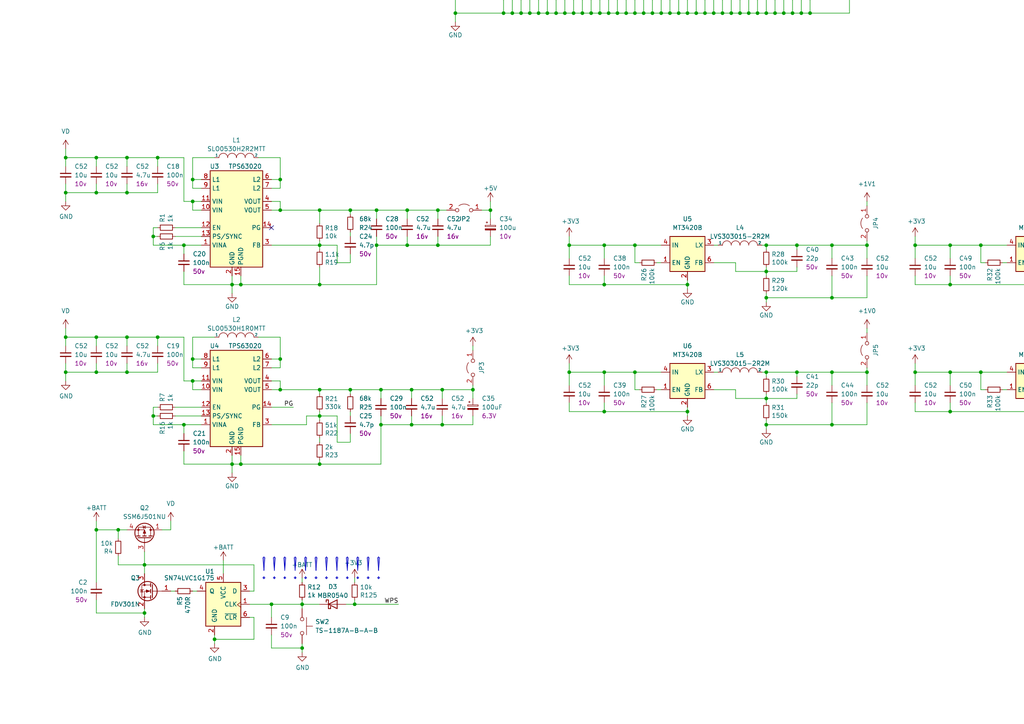
<source format=kicad_sch>
(kicad_sch (version 20230121) (generator eeschema)
  (paper "A4")
  (junction (at 44.45 120.65))
  (junction (at 271.78 -77.47))
  (junction (at 156.21 -110.49))
  (junction (at 132.08 -86.36))
  (junction (at 132.08 -33.02))
  (junction (at 132.08 -20.32))
  (junction (at 81.28 52.07))
  (junction (at 109.22 60.96))
  (junction (at 186.69 3.81))
  (junction (at 275.59 119.38))
  (junction (at 69.85 134.62))
  (junction (at 184.15 71.12))
  (junction (at 146.05 3.81))
  (junction (at 153.67 3.81))
  (junction (at 222.25 -110.49))
  (junction (at 302.26 -77.47))
  (junction (at 132.08 -71.12))
  (junction (at 281.94 -77.47))
  (junction (at 265.43 71.12))
  (junction (at 217.17 3.81))
  (junction (at 281.94 -52.07))
  (junction (at 275.59 71.12))
  (junction (at 132.08 -43.18))
  (junction (at 92.71 120.65))
  (junction (at 137.16 113.03))
  (junction (at 281.94 -87.63))
  (junction (at 207.01 -110.49))
  (junction (at 92.71 113.03))
  (junction (at 87.63 187.96))
  (junction (at 175.26 71.12))
  (junction (at 132.08 -50.8))
  (junction (at 212.09 3.81))
  (junction (at 101.6 113.03))
  (junction (at 127 71.12))
  (junction (at 142.24 60.96))
  (junction (at 132.08 -30.48))
  (junction (at 151.13 3.81))
  (junction (at 251.46 -62.23))
  (junction (at 341.63 71.12))
  (junction (at 118.11 60.96))
  (junction (at 222.25 115.57))
  (junction (at 175.26 119.38))
  (junction (at 246.38 -34.29))
  (junction (at 45.72 97.79))
  (junction (at 158.75 3.81))
  (junction (at 261.62 -34.29))
  (junction (at 201.93 -110.49))
  (junction (at 148.59 3.81))
  (junction (at 156.21 3.81))
  (junction (at 229.87 3.81))
  (junction (at 275.59 107.95))
  (junction (at 81.28 104.14))
  (junction (at 275.59 82.55))
  (junction (at 219.71 -110.49))
  (junction (at 261.62 -24.13))
  (junction (at 67.31 82.55))
  (junction (at 158.75 -110.49))
  (junction (at 36.83 45.72))
  (junction (at 222.25 78.74))
  (junction (at 163.83 3.81))
  (junction (at 163.83 -110.49))
  (junction (at 241.3 71.12))
  (junction (at 246.38 -19.05))
  (junction (at 161.29 -110.49))
  (junction (at 102.87 175.26))
  (junction (at 322.58 78.74))
  (junction (at 132.08 -66.04))
  (junction (at 322.58 123.19))
  (junction (at 246.38 -80.01))
  (junction (at 189.23 -110.49))
  (junction (at 231.14 71.12))
  (junction (at 81.28 60.96))
  (junction (at 132.08 -83.82))
  (junction (at 299.72 82.55))
  (junction (at 27.94 153.67))
  (junction (at 67.31 134.62))
  (junction (at 261.62 -87.63))
  (junction (at 179.07 3.81))
  (junction (at 194.31 3.81))
  (junction (at 132.08 -35.56))
  (junction (at 214.63 3.81))
  (junction (at 201.93 3.81))
  (junction (at 132.08 -15.24))
  (junction (at 168.91 3.81))
  (junction (at 55.88 110.49))
  (junction (at 224.79 -110.49))
  (junction (at 181.61 3.81))
  (junction (at 110.49 113.03))
  (junction (at 34.29 153.67))
  (junction (at 175.26 107.95))
  (junction (at 165.1 71.12))
  (junction (at 128.27 113.03))
  (junction (at 132.08 -38.1))
  (junction (at 196.85 -110.49))
  (junction (at 166.37 -110.49))
  (junction (at 132.08 -10.16))
  (junction (at 161.29 3.81))
  (junction (at 132.08 -12.7))
  (junction (at 87.63 175.26))
  (junction (at 173.99 3.81))
  (junction (at 132.08 -88.9))
  (junction (at 199.39 -110.49))
  (junction (at 217.17 -110.49))
  (junction (at 41.91 163.83))
  (junction (at 151.13 -110.49))
  (junction (at 196.85 3.81))
  (junction (at 132.08 3.81))
  (junction (at 132.08 -93.98))
  (junction (at 55.88 58.42))
  (junction (at 132.08 -60.96))
  (junction (at 19.05 55.88))
  (junction (at 246.38 -82.55))
  (junction (at 132.08 -91.44))
  (junction (at 92.71 71.12))
  (junction (at 214.63 -110.49))
  (junction (at 36.83 107.95))
  (junction (at 251.46 -34.29))
  (junction (at 132.08 -17.78))
  (junction (at 246.38 -31.75))
  (junction (at 227.33 3.81))
  (junction (at 246.38 -29.21))
  (junction (at 146.05 -110.49))
  (junction (at 176.53 -110.49))
  (junction (at 165.1 107.95))
  (junction (at 232.41 3.81))
  (junction (at 27.94 97.79))
  (junction (at 246.38 -49.53))
  (junction (at 246.38 -57.15))
  (junction (at 241.3 107.95))
  (junction (at 19.05 97.79))
  (junction (at 153.67 -110.49))
  (junction (at 204.47 3.81))
  (junction (at 179.07 -110.49))
  (junction (at 222.25 86.36))
  (junction (at 322.58 115.57))
  (junction (at 69.85 82.55))
  (junction (at 222.25 123.19))
  (junction (at 246.38 -54.61))
  (junction (at 132.08 -55.88))
  (junction (at 292.1 -77.47))
  (junction (at 92.71 134.62))
  (junction (at 184.15 107.95))
  (junction (at 176.53 3.81))
  (junction (at 184.15 -110.49))
  (junction (at 271.78 -24.13))
  (junction (at 101.6 60.96))
  (junction (at 271.78 -62.23))
  (junction (at 173.99 -110.49))
  (junction (at 36.83 97.79))
  (junction (at 246.38 -52.07))
  (junction (at 132.08 -73.66))
  (junction (at 132.08 -58.42))
  (junction (at 204.47 -110.49))
  (junction (at 207.01 3.81))
  (junction (at 322.58 107.95))
  (junction (at 81.28 113.03))
  (junction (at 284.48 107.95))
  (junction (at 222.25 71.12))
  (junction (at 132.08 -27.94))
  (junction (at 341.63 107.95))
  (junction (at 292.1 -87.63))
  (junction (at 132.08 -53.34))
  (junction (at 27.94 45.72))
  (junction (at 299.72 119.38))
  (junction (at 27.94 55.88))
  (junction (at 132.08 -78.74))
  (junction (at 246.38 -72.39))
  (junction (at 331.47 71.12))
  (junction (at 322.58 71.12))
  (junction (at 181.61 -110.49))
  (junction (at 194.31 -110.49))
  (junction (at 199.39 82.55))
  (junction (at 53.34 71.12))
  (junction (at 127 60.96))
  (junction (at 78.74 175.26))
  (junction (at 109.22 71.12))
  (junction (at 284.48 71.12))
  (junction (at 132.08 -81.28))
  (junction (at 229.87 -110.49))
  (junction (at 36.83 55.88))
  (junction (at 55.88 104.14))
  (junction (at 132.08 -48.26))
  (junction (at 271.78 -34.29))
  (junction (at 191.77 3.81))
  (junction (at 110.49 123.19))
  (junction (at 341.63 86.36))
  (junction (at 234.95 3.81))
  (junction (at 302.26 -87.63))
  (junction (at 351.79 107.95))
  (junction (at 265.43 107.95))
  (junction (at 246.38 -77.47))
  (junction (at 271.78 -52.07))
  (junction (at 53.34 123.19))
  (junction (at 246.38 -69.85))
  (junction (at 186.69 -110.49))
  (junction (at 44.45 68.58))
  (junction (at 148.59 -110.49))
  (junction (at 209.55 -110.49))
  (junction (at 189.23 3.81))
  (junction (at 45.72 45.72))
  (junction (at 351.79 71.12))
  (junction (at 251.46 71.12))
  (junction (at 227.33 -110.49))
  (junction (at 246.38 -62.23))
  (junction (at 132.08 -25.4))
  (junction (at 92.71 60.96))
  (junction (at 171.45 3.81))
  (junction (at 246.38 -59.69))
  (junction (at 132.08 -45.72))
  (junction (at 132.08 -68.58))
  (junction (at 191.77 -110.49))
  (junction (at 19.05 45.72))
  (junction (at 92.71 82.55))
  (junction (at 168.91 -110.49))
  (junction (at 222.25 107.95))
  (junction (at 271.78 -87.63))
  (junction (at 246.38 -85.09))
  (junction (at 27.94 107.95))
  (junction (at 322.58 86.36))
  (junction (at 199.39 119.38))
  (junction (at 219.71 3.81))
  (junction (at 341.63 123.19))
  (junction (at 132.08 -63.5))
  (junction (at 118.11 71.12))
  (junction (at 132.08 -96.52))
  (junction (at 261.62 -52.07))
  (junction (at 62.23 185.42))
  (junction (at 171.45 -110.49))
  (junction (at 132.08 -22.86))
  (junction (at 251.46 -87.63))
  (junction (at 231.14 107.95))
  (junction (at 199.39 3.81))
  (junction (at 241.3 123.19))
  (junction (at 281.94 -62.23))
  (junction (at 19.05 107.95))
  (junction (at 251.46 107.95))
  (junction (at 312.42 -77.47))
  (junction (at 209.55 3.81))
  (junction (at 132.08 -76.2))
  (junction (at 132.08 -40.64))
  (junction (at 222.25 3.81))
  (junction (at 261.62 -77.47))
  (junction (at 119.38 113.03))
  (junction (at 261.62 -62.23))
  (junction (at 246.38 -74.93))
  (junction (at 55.88 52.07))
  (junction (at 331.47 107.95))
  (junction (at 224.79 3.81))
  (junction (at 184.15 3.81))
  (junction (at 241.3 86.36))
  (junction (at 41.91 177.8))
  (junction (at 212.09 -110.49))
  (junction (at 128.27 123.19))
  (junction (at 312.42 -87.63))
  (junction (at 246.38 -41.91))
  (junction (at 166.37 3.81))
  (junction (at 119.38 123.19))
  (junction (at 246.38 -87.63))
  (junction (at 175.26 82.55))
  (no_connect (at 78.74 66.04))
  (wire (pts (xy 322.58 78.74) (xy 322.58 77.47)))
  (wire (pts (xy 322.58 115.57) (xy 322.58 116.84)))
  (wire (pts (xy 302.26 -77.47) (xy 312.42 -77.47)))
  (wire (pts (xy 168.91 3.81) (xy 171.45 3.81)))
  (wire (pts (xy 281.94 -77.47) (xy 281.94 -80.01)))
  (wire (pts (xy 132.08 -60.96) (xy 132.08 -58.42)))
  (wire (pts (xy 151.13 -110.49) (xy 148.59 -110.49)))
  (wire (pts (xy 139.7 60.96) (xy 142.24 60.96)))
  (wire (pts (xy 271.78 -87.63) (xy 261.62 -87.63)))
  (wire (pts (xy 132.08 -40.64) (xy 132.08 -38.1)))
  (wire (pts (xy 212.09 0) (xy 212.09 3.81)))
  (wire (pts (xy 101.6 67.31) (xy 101.6 68.58)))
  (wire (pts (xy 127 60.96) (xy 129.54 60.96)))
  (wire (pts (xy 251.46 -43.18) (xy 251.46 -41.91)))
  (wire (pts (xy 246.38 -34.29) (xy 251.46 -34.29)))
  (wire (pts (xy 212.09 -110.49) (xy 214.63 -110.49)))
  (wire (pts (xy 213.36 113.03) (xy 213.36 115.57)))
  (wire (pts (xy 81.28 52.07) (xy 78.74 52.07)))
  (wire (pts (xy 251.46 -62.23) (xy 251.46 -59.69)))
  (wire (pts (xy 132.08 -81.28) (xy 135.89 -81.28)))
  (wire (pts (xy 119.38 113.03) (xy 119.38 115.57)))
  (wire (pts (xy 299.72 119.38) (xy 275.59 119.38)))
  (wire (pts (xy 331.47 78.74) (xy 331.47 77.47)))
  (wire (pts (xy 146.05 -110.49) (xy 146.05 -106.68)))
  (wire (pts (xy 312.42 -80.01) (xy 312.42 -77.47)))
  (wire (pts (xy 53.34 82.55) (xy 67.31 82.55)))
  (wire (pts (xy 153.67 -110.49) (xy 156.21 -110.49)))
  (wire (pts (xy 132.08 -25.4) (xy 132.08 -27.94)))
  (wire (pts (xy 132.08 -40.64) (xy 132.08 -43.18)))
  (wire (pts (xy 87.63 187.96) (xy 78.74 187.96)))
  (wire (pts (xy 241.3 107.95) (xy 241.3 111.76)))
  (wire (pts (xy 222.25 -110.49) (xy 222.25 -106.68)))
  (wire (pts (xy 242.57 -85.09) (xy 246.38 -85.09)))
  (wire (pts (xy 78.74 54.61) (xy 81.28 54.61)))
  (wire (pts (xy 292.1 -77.47) (xy 292.1 -80.01)))
  (wire (pts (xy 209.55 3.81) (xy 212.09 3.81)))
  (wire (pts (xy 222.25 86.36) (xy 222.25 87.63)))
  (wire (pts (xy 36.83 153.67) (xy 34.29 153.67)))
  (wire (pts (xy 101.6 62.23) (xy 101.6 60.96)))
  (wire (pts (xy 175.26 80.01) (xy 175.26 82.55)))
  (wire (pts (xy 45.72 97.79) (xy 45.72 100.33)))
  (wire (pts (xy 55.88 110.49) (xy 53.34 110.49)))
  (wire (pts (xy 87.63 173.99) (xy 87.63 175.26)))
  (wire (pts (xy 246.38 -77.47) (xy 246.38 -80.01)))
  (wire (pts (xy 207.01 71.12) (xy 208.28 71.12)))
  (wire (pts (xy 275.59 71.12) (xy 275.59 74.93)))
  (wire (pts (xy 158.75 0) (xy 158.75 3.81)))
  (wire (pts (xy 222.25 123.19) (xy 241.3 123.19)))
  (wire (pts (xy 322.58 115.57) (xy 322.58 114.3)))
  (wire (pts (xy 137.16 100.33) (xy 137.16 101.6)))
  (wire (pts (xy 271.78 -36.83) (xy 271.78 -34.29)))
  (wire (pts (xy 222.25 -110.49) (xy 219.71 -110.49)))
  (wire (pts (xy 69.85 80.01) (xy 69.85 82.55)))
  (wire (pts (xy 261.62 -77.47) (xy 271.78 -77.47)))
  (wire (pts (xy 55.88 113.03) (xy 58.42 113.03)))
  (wire (pts (xy 261.62 -52.07) (xy 261.62 -54.61)))
  (wire (pts (xy 97.79 128.27) (xy 97.79 120.65)))
  (wire (pts (xy 181.61 -110.49) (xy 181.61 -106.68)))
  (wire (pts (xy 222.25 3.81) (xy 219.71 3.81)))
  (wire (pts (xy 261.62 -77.47) (xy 261.62 -80.01)))
  (wire (pts (xy 246.38 -87.63) (xy 251.46 -87.63)))
  (wire (pts (xy 275.59 107.95) (xy 275.59 111.76)))
  (wire (pts (xy 132.08 -10.16) (xy 135.89 -10.16)))
  (wire (pts (xy 189.23 0) (xy 189.23 3.81)))
  (wire (pts (xy 214.63 0) (xy 214.63 3.81)))
  (wire (pts (xy 207.01 -110.49) (xy 209.55 -110.49)))
  (wire (pts (xy 176.53 -110.49) (xy 173.99 -110.49)))
  (wire (pts (xy 265.43 119.38) (xy 275.59 119.38)))
  (wire (pts (xy 55.88 54.61) (xy 55.88 52.07)))
  (wire (pts (xy 132.08 -86.36) (xy 132.08 -83.82)))
  (wire (pts (xy 292.1 -77.47) (xy 302.26 -77.47)))
  (wire (pts (xy 201.93 3.81) (xy 199.39 3.81)))
  (wire (pts (xy 246.38 -21.59) (xy 246.38 -19.05)))
  (wire (pts (xy 313.69 113.03) (xy 313.69 115.57)))
  (wire (pts (xy 271.78 -34.29) (xy 271.78 -31.75)))
  (wire (pts (xy 161.29 -110.49) (xy 161.29 -106.68)))
  (wire (pts (xy 135.89 -30.48) (xy 132.08 -30.48)))
  (wire (pts (xy 64.77 166.37) (xy 64.77 162.56)))
  (wire (pts (xy 275.59 80.01) (xy 275.59 82.55)))
  (wire (pts (xy 132.08 -63.5) (xy 132.08 -60.96)))
  (wire (pts (xy 242.57 -72.39) (xy 246.38 -72.39)))
  (wire (pts (xy 132.08 -71.12) (xy 132.08 -73.66)))
  (wire (pts (xy 36.83 45.72) (xy 36.83 48.26)))
  (wire (pts (xy 135.89 -83.82) (xy 132.08 -83.82)))
  (wire (pts (xy 45.72 55.88) (xy 36.83 55.88)))
  (wire (pts (xy 307.34 76.2) (xy 313.69 76.2)))
  (wire (pts (xy 41.91 176.53) (xy 41.91 177.8)))
  (wire (pts (xy 242.57 -67.31) (xy 246.38 -67.31)))
  (wire (pts (xy 341.63 86.36) (xy 351.79 86.36)))
  (wire (pts (xy 78.74 123.19) (xy 88.9 123.19)))
  (wire (pts (xy 222.25 86.36) (xy 241.3 86.36)))
  (wire (pts (xy 127 68.58) (xy 127 71.12)))
  (wire (pts (xy 220.98 107.95) (xy 222.25 107.95)))
  (wire (pts (xy 351.79 116.84) (xy 351.79 123.19)))
  (wire (pts (xy 19.05 97.79) (xy 27.94 97.79)))
  (wire (pts (xy 190.5 76.2) (xy 191.77 76.2)))
  (wire (pts (xy 132.08 -88.9) (xy 132.08 -91.44)))
  (wire (pts (xy 135.89 -40.64) (xy 132.08 -40.64)))
  (wire (pts (xy 27.94 168.91) (xy 27.94 153.67)))
  (wire (pts (xy 132.08 -20.32) (xy 135.89 -20.32)))
  (wire (pts (xy 231.14 107.95) (xy 241.3 107.95)))
  (wire (pts (xy 242.57 -34.29) (xy 246.38 -34.29)))
  (wire (pts (xy 175.26 71.12) (xy 175.26 74.93)))
  (wire (pts (xy 153.67 0) (xy 153.67 3.81)))
  (wire (pts (xy 265.43 82.55) (xy 275.59 82.55)))
  (wire (pts (xy 165.1 71.12) (xy 175.26 71.12)))
  (wire (pts (xy 34.29 163.83) (xy 41.91 163.83)))
  (wire (pts (xy 27.94 45.72) (xy 27.94 48.26)))
  (wire (pts (xy 307.34 107.95) (xy 308.61 107.95)))
  (wire (pts (xy 275.59 71.12) (xy 284.48 71.12)))
  (wire (pts (xy 55.88 52.07) (xy 55.88 45.72)))
  (wire (pts (xy 251.46 69.85) (xy 251.46 71.12)))
  (wire (pts (xy 132.08 -96.52) (xy 132.08 -110.49)))
  (wire (pts (xy 322.58 71.12) (xy 331.47 71.12)))
  (wire (pts (xy 207.01 113.03) (xy 213.36 113.03)))
  (wire (pts (xy 36.83 107.95) (xy 27.94 107.95)))
  (wire (pts (xy 49.53 153.67) (xy 49.53 151.13)))
  (wire (pts (xy 281.94 -77.47) (xy 292.1 -77.47)))
  (wire (pts (xy 128.27 123.19) (xy 119.38 123.19)))
  (wire (pts (xy 27.94 97.79) (xy 36.83 97.79)))
  (wire (pts (xy 271.78 -77.47) (xy 271.78 -80.01)))
  (wire (pts (xy 153.67 -110.49) (xy 151.13 -110.49)))
  (wire (pts (xy 185.42 76.2) (xy 184.15 76.2)))
  (wire (pts (xy 81.28 60.96) (xy 92.71 60.96)))
  (wire (pts (xy 191.77 -110.49) (xy 194.31 -110.49)))
  (wire (pts (xy 161.29 -110.49) (xy 163.83 -110.49)))
  (wire (pts (xy 212.09 -110.49) (xy 209.55 -110.49)))
  (wire (pts (xy 242.57 -41.91) (xy 246.38 -41.91)))
  (wire (pts (xy 27.94 153.67) (xy 34.29 153.67)))
  (wire (pts (xy 55.88 97.79) (xy 62.23 97.79)))
  (wire (pts (xy 242.57 -52.07) (xy 246.38 -52.07)))
  (wire (pts (xy 36.83 105.41) (xy 36.83 107.95)))
  (wire (pts (xy 102.87 173.99) (xy 102.87 175.26)))
  (wire (pts (xy 179.07 -110.49) (xy 181.61 -110.49)))
  (wire (pts (xy 132.08 -88.9) (xy 135.89 -88.9)))
  (wire (pts (xy 251.46 107.95) (xy 251.46 111.76)))
  (wire (pts (xy 251.46 -62.23) (xy 261.62 -62.23)))
  (wire (pts (xy 284.48 71.12) (xy 292.1 71.12)))
  (wire (pts (xy 271.78 -52.07) (xy 271.78 -54.61)))
  (wire (pts (xy 102.87 175.26) (xy 115.57 175.26)))
  (wire (pts (xy 302.26 -77.47) (xy 302.26 -80.01)))
  (wire (pts (xy 81.28 54.61) (xy 81.28 52.07)))
  (wire (pts (xy 186.69 -110.49) (xy 186.69 -106.68)))
  (wire (pts (xy 73.66 171.45) (xy 73.66 163.83)))
  (wire (pts (xy 142.24 71.12) (xy 127 71.12)))
  (wire (pts (xy 290.83 113.03) (xy 292.1 113.03)))
  (wire (pts (xy 201.93 -110.49) (xy 201.93 -106.68)))
  (wire (pts (xy 322.58 115.57) (xy 331.47 115.57)))
  (wire (pts (xy 246.38 -72.39) (xy 246.38 -69.85)))
  (wire (pts (xy 229.87 0) (xy 229.87 3.81)))
  (wire (pts (xy 241.3 123.19) (xy 251.46 123.19)))
  (wire (pts (xy 132.08 -17.78) (xy 132.08 -20.32)))
  (wire (pts (xy 242.57 -62.23) (xy 246.38 -62.23)))
  (wire (pts (xy 132.08 3.81) (xy 132.08 6.35)))
  (wire (pts (xy 190.5 113.03) (xy 191.77 113.03)))
  (wire (pts (xy 132.08 -10.16) (xy 132.08 -12.7)))
  (wire (pts (xy 92.71 60.96) (xy 92.71 64.77)))
  (wire (pts (xy 313.69 115.57) (xy 322.58 115.57)))
  (wire (pts (xy 78.74 118.11) (xy 85.09 118.11)))
  (wire (pts (xy 132.08 -55.88) (xy 135.89 -55.88)))
  (wire (pts (xy 222.25 115.57) (xy 222.25 114.3)))
  (wire (pts (xy 241.3 71.12) (xy 251.46 71.12)))
  (wire (pts (xy 27.94 53.34) (xy 27.94 55.88)))
  (wire (pts (xy 67.31 132.08) (xy 67.31 134.62)))
  (wire (pts (xy 299.72 118.11) (xy 299.72 119.38)))
  (wire (pts (xy 290.83 76.2) (xy 292.1 76.2)))
  (wire (pts (xy 173.99 -110.49) (xy 171.45 -110.49)))
  (wire (pts (xy 158.75 3.81) (xy 161.29 3.81)))
  (wire (pts (xy 322.58 78.74) (xy 322.58 80.01)))
  (wire (pts (xy 351.79 106.8532) (xy 351.79 107.95)))
  (wire (pts (xy 220.98 71.12) (xy 222.25 71.12)))
  (wire (pts (xy 119.38 120.65) (xy 119.38 123.19)))
  (wire (pts (xy 132.08 -20.32) (xy 132.08 -22.86)))
  (wire (pts (xy 251.46 80.01) (xy 251.46 86.36)))
  (wire (pts (xy 132.08 -83.82) (xy 132.08 -81.28)))
  (wire (pts (xy 196.85 -110.49) (xy 194.31 -110.49)))
  (wire (pts (xy 213.36 115.57) (xy 222.25 115.57)))
  (wire (pts (xy 246.38 -29.21) (xy 246.38 -31.75)))
  (wire (pts (xy 222.25 107.95) (xy 231.14 107.95)))
  (wire (pts (xy 175.26 107.95) (xy 184.15 107.95)))
  (wire (pts (xy 312.42 -77.47) (xy 312.42 -74.93)))
  (wire (pts (xy 281.94 -64.77) (xy 281.94 -62.23)))
  (wire (pts (xy 251.46 -54.61) (xy 251.46 -52.07)))
  (wire (pts (xy 153.67 3.81) (xy 156.21 3.81)))
  (wire (pts (xy 231.14 72.39) (xy 231.14 71.12)))
  (wire (pts (xy 351.79 71.12) (xy 351.79 74.93)))
  (wire (pts (xy 88.9 120.65) (xy 92.71 120.65)))
  (wire (pts (xy 78.74 175.26) (xy 87.63 175.26)))
  (wire (pts (xy 246.38 -31.75) (xy 246.38 -34.29)))
  (wire (pts (xy 118.11 71.12) (xy 109.22 71.12)))
  (wire (pts (xy 132.08 -86.36) (xy 132.08 -88.9)))
  (wire (pts (xy 234.95 3.81) (xy 232.41 3.81)))
  (wire (pts (xy 341.63 116.84) (xy 341.63 123.19)))
  (wire (pts (xy 53.34 58.42) (xy 53.34 45.72)))
  (wire (pts (xy 207.01 107.95) (xy 208.28 107.95)))
  (wire (pts (xy 222.25 78.74) (xy 222.25 77.47)))
  (wire (pts (xy 176.53 3.81) (xy 179.07 3.81)))
  (wire (pts (xy 45.72 53.34) (xy 45.72 55.88)))
  (wire (pts (xy 307.34 113.03) (xy 313.69 113.03)))
  (wire (pts (xy 128.27 113.03) (xy 137.16 113.03)))
  (wire (pts (xy 132.08 -27.94) (xy 135.89 -27.94)))
  (wire (pts (xy 251.46 -34.29) (xy 251.46 -31.75)))
  (wire (pts (xy 173.99 -110.49) (xy 173.99 -106.68)))
  (wire (pts (xy 265.43 71.12) (xy 265.43 74.93)))
  (wire (pts (xy 166.37 -110.49) (xy 163.83 -110.49)))
  (wire (pts (xy 181.61 3.81) (xy 184.15 3.81)))
  (wire (pts (xy 148.59 0) (xy 148.59 3.81)))
  (wire (pts (xy 251.46 -34.29) (xy 261.62 -34.29)))
  (wire (pts (xy 132.08 -25.4) (xy 135.89 -25.4)))
  (wire (pts (xy 166.37 0) (xy 166.37 3.81)))
  (wire (pts (xy 242.57 -77.47) (xy 246.38 -77.47)))
  (wire (pts (xy 101.6 76.2) (xy 97.79 76.2)))
  (wire (pts (xy 132.08 -78.74) (xy 132.08 -81.28)))
  (wire (pts (xy 186.69 3.81) (xy 189.23 3.81)))
  (wire (pts (xy 36.83 55.88) (xy 27.94 55.88)))
  (wire (pts (xy 275.59 107.95) (xy 284.48 107.95)))
  (wire (pts (xy 204.47 -110.49) (xy 207.01 -110.49)))
  (wire (pts (xy 246.38 -74.93) (xy 246.38 -77.47)))
  (wire (pts (xy 132.08 -93.98) (xy 132.08 -96.52)))
  (wire (pts (xy 19.05 55.88) (xy 19.05 58.42)))
  (wire (pts (xy 27.94 153.67) (xy 27.94 151.13)))
  (wire (pts (xy 246.38 -57.15) (xy 246.38 -59.69)))
  (wire (pts (xy 73.66 163.83) (xy 41.91 163.83)))
  (wire (pts (xy 299.72 119.38) (xy 299.72 120.65)))
  (wire (pts (xy 81.28 97.79) (xy 74.93 97.79)))
  (wire (pts (xy 199.39 118.11) (xy 199.39 119.38)))
  (wire (pts (xy 232.41 3.81) (xy 229.87 3.81)))
  (wire (pts (xy 19.05 107.95) (xy 19.05 110.49)))
  (wire (pts (xy 194.31 3.81) (xy 196.85 3.81)))
  (wire (pts (xy 292.1 -87.63) (xy 281.94 -87.63)))
  (wire (pts (xy 50.8 118.11) (xy 58.42 118.11)))
  (wire (pts (xy 148.59 -110.49) (xy 148.59 -106.68)))
  (wire (pts (xy 102.87 167.64) (xy 102.87 168.91)))
  (wire (pts (xy 67.31 134.62) (xy 69.85 134.62)))
  (wire (pts (xy 184.15 0) (xy 184.15 3.81)))
  (wire (pts (xy 55.88 60.96) (xy 58.42 60.96)))
  (wire (pts (xy 227.33 0) (xy 227.33 3.81)))
  (wire (pts (xy 312.42 -87.63) (xy 312.42 -85.09)))
  (wire (pts (xy 50.8 120.65) (xy 58.42 120.65)))
  (wire (pts (xy 53.34 97.79) (xy 45.72 97.79)))
  (wire (pts (xy 132.08 -76.2) (xy 132.08 -73.66)))
  (wire (pts (xy 265.43 68.58) (xy 265.43 71.12)))
  (wire (pts (xy 19.05 45.72) (xy 19.05 43.18)))
  (wire (pts (xy 224.79 3.81) (xy 222.25 3.81)))
  (wire (pts (xy 242.57 -26.67) (xy 246.38 -26.67)))
  (wire (pts (xy 312.42 -90.17) (xy 312.42 -87.63)))
  (wire (pts (xy 184.15 107.95) (xy 184.15 113.03)))
  (wire (pts (xy 341.63 80.01) (xy 341.63 86.36)))
  (wire (pts (xy 231.14 109.22) (xy 231.14 107.95)))
  (wire (pts (xy 73.66 185.42) (xy 62.23 185.42)))
  (wire (pts (xy 69.85 134.62) (xy 92.71 134.62)))
  (wire (pts (xy 69.85 132.08) (xy 69.85 134.62)))
  (wire (pts (xy 135.89 -17.78) (xy 132.08 -17.78)))
  (wire (pts (xy 132.08 -33.02) (xy 135.89 -33.02)))
  (wire (pts (xy 132.08 -22.86) (xy 132.08 -25.4)))
  (wire (pts (xy 214.63 -110.49) (xy 217.17 -110.49)))
  (wire (pts (xy 132.08 -53.34) (xy 132.08 -50.8)))
  (wire (pts (xy 165.1 107.95) (xy 165.1 111.76)))
  (wire (pts (xy 209.55 0) (xy 209.55 3.81)))
  (wire (pts (xy 27.94 173.99) (xy 27.94 177.8)))
  (wire (pts (xy 55.88 110.49) (xy 55.88 113.03)))
  (wire (pts (xy 27.94 105.41) (xy 27.94 107.95)))
  (wire (pts (xy 109.22 71.12) (xy 109.22 82.55)))
  (wire (pts (xy 242.57 -82.55) (xy 246.38 -82.55)))
  (wire (pts (xy 97.79 76.2) (xy 97.79 71.12)))
  (wire (pts (xy 132.08 -30.48) (xy 132.08 -33.02)))
  (wire (pts (xy 322.58 107.95) (xy 331.47 107.95)))
  (wire (pts (xy 132.08 -35.56) (xy 135.89 -35.56)))
  (wire (pts (xy 158.75 -110.49) (xy 161.29 -110.49)))
  (wire (pts (xy 135.89 -60.96) (xy 132.08 -60.96)))
  (wire (pts (xy 246.38 -80.01) (xy 246.38 -82.55)))
  (wire (pts (xy 246.38 -62.23) (xy 251.46 -62.23)))
  (wire (pts (xy 151.13 3.81) (xy 153.67 3.81)))
  (wire (pts (xy 201.93 -110.49) (xy 204.47 -110.49)))
  (wire (pts (xy 191.77 0) (xy 191.77 3.81)))
  (wire (pts (xy 214.63 -110.49) (xy 214.63 -106.68)))
  (wire (pts (xy 132.08 -45.72) (xy 132.08 -48.26)))
  (wire (pts (xy 246.38 -41.91) (xy 251.46 -41.91)))
  (wire (pts (xy 271.78 -77.47) (xy 281.94 -77.47)))
  (wire (pts (xy 184.15 71.12) (xy 191.77 71.12)))
  (wire (pts (xy 50.8 66.04) (xy 58.42 66.04)))
  (wire (pts (xy 222.25 115.57) (xy 222.25 116.84)))
  (wire (pts (xy 242.57 -54.61) (xy 246.38 -54.61)))
  (wire (pts (xy 97.79 71.12) (xy 92.71 71.12)))
  (wire (pts (xy 132.08 -30.48) (xy 132.08 -27.94)))
  (wire (pts (xy 34.29 161.29) (xy 34.29 163.83)))
  (wire (pts (xy 72.39 179.07) (xy 73.66 179.07)))
  (wire (pts (xy 101.6 60.96) (xy 109.22 60.96)))
  (wire (pts (xy 194.31 0) (xy 194.31 3.81)))
  (wire (pts (xy 110.49 113.03) (xy 110.49 115.57)))
  (wire (pts (xy 87.63 175.26) (xy 92.71 175.26)))
  (wire (pts (xy 284.48 107.95) (xy 292.1 107.95)))
  (wire (pts (xy 41.91 177.8) (xy 41.91 179.07)))
  (wire (pts (xy 281.94 -52.07) (xy 281.94 -49.53)))
  (wire (pts (xy 251.46 -52.07) (xy 261.62 -52.07)))
  (wire (pts (xy 217.17 0) (xy 217.17 3.81)))
  (wire (pts (xy 92.71 133.35) (xy 92.71 134.62)))
  (wire (pts (xy 137.16 120.65) (xy 137.16 123.19)))
  (wire (pts (xy 132.08 -78.74) (xy 135.89 -78.74)))
  (wire (pts (xy 284.48 107.95) (xy 284.48 113.03)))
  (wire (pts (xy 217.17 -110.49) (xy 217.17 -106.68)))
  (wire (pts (xy 251.46 -85.09) (xy 251.46 -87.63)))
  (wire (pts (xy 175.26 107.95) (xy 175.26 111.76)))
  (wire (pts (xy 132.08 -17.78) (xy 132.08 -15.24)))
  (wire (pts (xy 158.75 -110.49) (xy 158.75 -106.68)))
  (wire (pts (xy 199.39 -110.49) (xy 199.39 -106.68)))
  (wire (pts (xy 135.89 -86.36) (xy 132.08 -86.36)))
  (wire (pts (xy 92.71 113.03) (xy 92.71 114.3)))
  (wire (pts (xy 44.45 71.12) (xy 53.34 71.12)))
  (wire (pts (xy 41.91 177.8) (xy 27.94 177.8)))
  (wire (pts (xy 171.45 3.81) (xy 173.99 3.81)))
  (wire (pts (xy 101.6 125.73) (xy 101.6 128.27)))
  (wire (pts (xy 58.42 58.42) (xy 55.88 58.42)))
  (wire (pts (xy 224.79 -110.49) (xy 227.33 -110.49)))
  (wire (pts (xy 118.11 60.96) (xy 118.11 63.5)))
  (wire (pts (xy 151.13 0) (xy 151.13 3.81)))
  (wire (pts (xy 45.72 105.41) (xy 45.72 107.95)))
  (wire (pts (xy 165.1 71.12) (xy 165.1 74.93)))
  (wire (pts (xy 137.16 113.03) (xy 137.16 115.57)))
  (wire (pts (xy 132.08 -43.18) (xy 132.08 -45.72)))
  (wire (pts (xy 271.78 -62.23) (xy 271.78 -59.69)))
  (wire (pts (xy 132.08 -10.16) (xy 132.08 3.81)))
  (wire (pts (xy 246.38 -69.85) (xy 246.38 -67.31)))
  (wire (pts (xy 242.57 -57.15) (xy 246.38 -57.15)))
  (wire (pts (xy 153.67 -110.49) (xy 153.67 -106.68)))
  (wire (pts (xy 53.34 71.12) (xy 58.42 71.12)))
  (wire (pts (xy 53.34 45.72) (xy 45.72 45.72)))
  (wire (pts (xy 351.79 107.95) (xy 341.63 107.95)))
  (wire (pts (xy 132.08 -66.04) (xy 135.89 -66.04)))
  (wire (pts (xy 179.07 3.81) (xy 181.61 3.81)))
  (wire (pts (xy 242.57 -87.63) (xy 246.38 -87.63)))
  (wire (pts (xy 67.31 80.01) (xy 67.31 82.55)))
  (wire (pts (xy 246.38 -19.05) (xy 246.38 3.81)))
  (wire (pts (xy 312.42 -87.63) (xy 302.26 -87.63)))
  (wire (pts (xy 165.1 107.95) (xy 175.26 107.95)))
  (wire (pts (xy 132.08 -93.98) (xy 135.89 -93.98)))
  (wire (pts (xy 45.72 97.79) (xy 36.83 97.79)))
  (wire (pts (xy 234.95 0) (xy 234.95 3.81)))
  (wire (pts (xy 161.29 3.81) (xy 163.83 3.81)))
  (wire (pts (xy 351.79 95.25) (xy 351.79 96.6932)))
  (wire (pts (xy 219.71 -110.49) (xy 219.71 -106.68)))
  (wire (pts (xy 261.62 -24.13) (xy 261.62 -26.67)))
  (wire (pts (xy 135.89 -38.1) (xy 132.08 -38.1)))
  (wire (pts (xy 53.34 123.19) (xy 58.42 123.19)))
  (wire (pts (xy 341.63 107.95) (xy 341.63 111.76)))
  (wire (pts (xy 135.89 -53.34) (xy 132.08 -53.34)))
  (wire (pts (xy 27.94 107.95) (xy 19.05 107.95)))
  (wire (pts (xy 246.38 -26.67) (xy 246.38 -29.21)))
  (wire (pts (xy 207.01 -110.49) (xy 207.01 -106.68)))
  (wire (pts (xy 110.49 123.19) (xy 110.49 134.62)))
  (wire (pts (xy 101.6 114.3) (xy 101.6 113.03)))
  (wire (pts (xy 189.23 -110.49) (xy 186.69 -110.49)))
  (wire (pts (xy 156.21 3.81) (xy 158.75 3.81)))
  (wire (pts (xy 45.72 45.72) (xy 45.72 48.26)))
  (wire (pts (xy 137.16 123.19) (xy 128.27 123.19)))
  (wire (pts (xy 55.88 106.68) (xy 55.88 104.14)))
  (wire (pts (xy 186.69 0) (xy 186.69 3.81)))
  (wire (pts (xy 302.26 -87.63) (xy 292.1 -87.63)))
  (wire (pts (xy 97.79 120.65) (xy 92.71 120.65)))
  (wire (pts (xy 184.15 107.95) (xy 191.77 107.95)))
  (wire (pts (xy 78.74 106.68) (xy 81.28 106.68)))
  (wire (pts (xy 165.1 82.55) (xy 175.26 82.55)))
  (wire (pts (xy 88.9 123.19) (xy 88.9 120.65)))
  (wire (pts (xy 341.63 71.12) (xy 351.79 71.12)))
  (wire (pts (xy 81.28 113.03) (xy 92.71 113.03)))
  (wire (pts (xy 87.63 186.69) (xy 87.63 187.96)))
  (wire (pts (xy 275.59 116.84) (xy 275.59 119.38)))
  (wire (pts (xy 92.71 71.12) (xy 92.71 72.39)))
  (wire (pts (xy 222.25 124.46) (xy 222.25 123.19)))
  (wire (pts (xy 41.91 163.83) (xy 41.91 160.02)))
  (wire (pts (xy 171.45 0) (xy 171.45 3.81)))
  (wire (pts (xy 175.26 116.84) (xy 175.26 119.38)))
  (wire (pts (xy 191.77 3.81) (xy 194.31 3.81)))
  (wire (pts (xy 246.38 -52.07) (xy 246.38 -54.61)))
  (wire (pts (xy 142.24 58.42) (xy 142.24 60.96)))
  (wire (pts (xy 222.25 85.09) (xy 222.25 86.36)))
  (wire (pts (xy 36.83 97.79) (xy 36.83 100.33)))
  (wire (pts (xy 132.08 -110.49) (xy 146.05 -110.49)))
  (wire (pts (xy 132.08 -68.58) (xy 132.08 -71.12)))
  (wire (pts (xy 119.38 113.03) (xy 128.27 113.03)))
  (wire (pts (xy 132.08 -43.18) (xy 135.89 -43.18)))
  (wire (pts (xy 227.33 -110.49) (xy 229.87 -110.49)))
  (wire (pts (xy 204.47 -110.49) (xy 204.47 -106.68)))
  (wire (pts (xy 171.45 -110.49) (xy 171.45 -106.68)))
  (wire (pts (xy 219.71 -110.49) (xy 217.17 -110.49)))
  (wire (pts (xy 251.46 107.95) (xy 241.3 107.95)))
  (wire (pts (xy 284.48 71.12) (xy 284.48 76.2)))
  (wire (pts (xy 19.05 45.72) (xy 19.05 48.26)))
  (wire (pts (xy 78.74 184.15) (xy 78.74 187.96)))
  (wire (pts (xy 251.46 -24.13) (xy 251.46 -26.67)))
  (wire (pts (xy 81.28 104.14) (xy 78.74 104.14)))
  (wire (pts (xy 271.78 -24.13) (xy 271.78 -26.67)))
  (wire (pts (xy 132.08 -71.12) (xy 135.89 -71.12)))
  (wire (pts (xy 229.87 -110.49) (xy 232.41 -110.49)))
  (wire (pts (xy 322.58 124.46) (xy 322.58 123.19)))
  (wire (pts (xy 127 71.12) (xy 118.11 71.12)))
  (wire (pts (xy 53.34 123.19) (xy 53.34 125.73)))
  (wire (pts (xy 55.88 45.72) (xy 62.23 45.72)))
  (wire (pts (xy 58.42 110.49) (xy 55.88 110.49)))
  (wire (pts (xy 292.1 -87.63) (xy 292.1 -85.09)))
  (wire (pts (xy 69.85 82.55) (xy 92.71 82.55)))
  (wire (pts (xy 53.34 130.81) (xy 53.34 134.62)))
  (wire (pts (xy 132.08 -12.7) (xy 135.89 -12.7)))
  (wire (pts (xy 207.01 3.81) (xy 209.55 3.81)))
  (wire (pts (xy 53.34 110.49) (xy 53.34 97.79)))
  (wire (pts (xy 285.75 113.03) (xy 284.48 113.03)))
  (wire (pts (xy 135.89 -63.5) (xy 132.08 -63.5)))
  (wire (pts (xy 146.05 0) (xy 146.05 3.81)))
  (wire (pts (xy 58.42 106.68) (xy 55.88 106.68)))
  (wire (pts (xy 119.38 123.19) (xy 110.49 123.19)))
  (wire (pts (xy 132.08 -76.2) (xy 132.08 -78.74)))
  (wire (pts (xy 109.22 60.96) (xy 118.11 60.96)))
  (wire (pts (xy 212.09 3.81) (xy 214.63 3.81)))
  (wire (pts (xy 53.34 71.12) (xy 53.34 73.66)))
  (wire (pts (xy 132.08 3.81) (xy 146.05 3.81)))
  (wire (pts (xy 307.34 71.12) (xy 308.61 71.12)))
  (wire (pts (xy 166.37 -110.49) (xy 168.91 -110.49)))
  (wire (pts (xy 246.38 -49.53) (xy 246.38 -52.07)))
  (wire (pts (xy 132.08 -73.66) (xy 135.89 -73.66)))
  (wire (pts (xy 321.31 71.12) (xy 322.58 71.12)))
  (wire (pts (xy 199.39 119.38) (xy 199.39 120.65)))
  (wire (pts (xy 87.63 175.26) (xy 87.63 176.53)))
  (wire (pts (xy 246.38 -72.39) (xy 246.38 -74.93)))
  (wire (pts (xy 213.36 76.2) (xy 213.36 78.74)))
  (wire (pts (xy 81.28 113.03) (xy 78.74 113.03)))
  (wire (pts (xy 179.07 -110.49) (xy 179.07 -106.68)))
  (wire (pts (xy 271.78 -24.13) (xy 271.78 -21.59)))
  (wire (pts (xy 92.71 120.65) (xy 92.71 121.92)))
  (wire (pts (xy 92.71 77.47) (xy 92.71 82.55)))
  (wire (pts (xy 127 60.96) (xy 127 63.5)))
  (wire (pts (xy 44.45 68.58) (xy 44.45 71.12)))
  (wire (pts (xy 189.23 -110.49) (xy 189.23 -106.68)))
  (wire (pts (xy 163.83 0) (xy 163.83 3.81)))
  (wire (pts (xy 135.89 -76.2) (xy 132.08 -76.2)))
  (wire (pts (xy 227.33 -110.49) (xy 227.33 -106.68)))
  (wire (pts (xy 232.41 -110.49) (xy 232.41 -106.68)))
  (wire (pts (xy 175.26 71.12) (xy 184.15 71.12)))
  (wire (pts (xy 44.45 118.11) (xy 44.45 120.65)))
  (wire (pts (xy 19.05 45.72) (xy 27.94 45.72)))
  (wire (pts (xy 331.47 72.39) (xy 331.47 71.12)))
  (wire (pts (xy 92.71 69.85) (xy 92.71 71.12)))
  (wire (pts (xy 132.08 -96.52) (xy 135.89 -96.52)))
  (wire (pts (xy 101.6 113.03) (xy 110.49 113.03)))
  (wire (pts (xy 227.33 3.81) (xy 229.87 3.81)))
  (wire (pts (xy 92.71 127) (xy 92.71 128.27)))
  (wire (pts (xy 341.63 71.12) (xy 341.63 74.93)))
  (wire (pts (xy 189.23 -110.49) (xy 191.77 -110.49)))
  (wire (pts (xy 251.46 106.68) (xy 251.46 107.95)))
  (wire (pts (xy 44.45 120.65) (xy 45.72 120.65)))
  (wire (pts (xy 166.37 3.81) (xy 168.91 3.81)))
  (wire (pts (xy 299.72 82.55) (xy 275.59 82.55)))
  (wire (pts (xy 201.93 0) (xy 201.93 3.81)))
  (wire (pts (xy 242.57 -59.69) (xy 246.38 -59.69)))
  (wire (pts (xy 189.23 3.81) (xy 191.77 3.81)))
  (wire (pts (xy 101.6 119.38) (xy 101.6 120.65)))
  (wire (pts (xy 242.57 -29.21) (xy 246.38 -29.21)))
  (wire (pts (xy 110.49 123.19) (xy 110.49 120.65)))
  (wire (pts (xy 251.46 71.12) (xy 251.46 74.93)))
  (wire (pts (xy 199.39 119.38) (xy 175.26 119.38)))
  (wire (pts (xy 62.23 184.15) (xy 62.23 185.42)))
  (wire (pts (xy 242.57 -80.01) (xy 246.38 -80.01)))
  (wire (pts (xy 281.94 -87.63) (xy 271.78 -87.63)))
  (wire (pts (xy 27.94 55.88) (xy 19.05 55.88)))
  (wire (pts (xy 242.57 -46.99) (xy 246.38 -46.99)))
  (wire (pts (xy 72.39 171.45) (xy 73.66 171.45)))
  (wire (pts (xy 19.05 53.34) (xy 19.05 55.88)))
  (wire (pts (xy 251.46 58.42) (xy 251.46 59.69)))
  (wire (pts (xy 251.46 -77.47) (xy 261.62 -77.47)))
  (wire (pts (xy 165.1 116.84) (xy 165.1 119.38)))
  (wire (pts (xy 53.34 78.74) (xy 53.34 82.55)))
  (wire (pts (xy 231.14 78.74) (xy 231.14 77.47)))
  (wire (pts (xy 142.24 68.58) (xy 142.24 71.12)))
  (wire (pts (xy 92.71 82.55) (xy 109.22 82.55)))
  (wire (pts (xy 81.28 110.49) (xy 81.28 113.03)))
  (wire (pts (xy 246.38 -54.61) (xy 246.38 -57.15)))
  (wire (pts (xy 132.08 -91.44) (xy 135.89 -91.44)))
  (wire (pts (xy 44.45 68.58) (xy 45.72 68.58)))
  (wire (pts (xy 281.94 -52.07) (xy 271.78 -52.07)))
  (wire (pts (xy 19.05 97.79) (xy 19.05 100.33)))
  (wire (pts (xy 322.58 71.12) (xy 322.58 72.39)))
  (wire (pts (xy 132.08 -66.04) (xy 132.08 -68.58)))
  (wire (pts (xy 45.72 107.95) (xy 36.83 107.95)))
  (wire (pts (xy 313.69 78.74) (xy 322.58 78.74)))
  (wire (pts (xy 176.53 -110.49) (xy 176.53 -106.68)))
  (wire (pts (xy 78.74 110.49) (xy 81.28 110.49)))
  (wire (pts (xy 281.94 -52.07) (xy 281.94 -54.61)))
  (wire (pts (xy 78.74 175.26) (xy 78.74 179.07)))
  (wire (pts (xy 81.28 58.42) (xy 81.28 60.96)))
  (wire (pts (xy 165.1 119.38) (xy 175.26 119.38)))
  (wire (pts (xy 168.91 -110.49) (xy 168.91 -106.68)))
  (wire (pts (xy 261.62 -34.29) (xy 261.62 -31.75)))
  (wire (pts (xy 299.72 81.28) (xy 299.72 82.55)))
  (wire (pts (xy 265.43 71.12) (xy 275.59 71.12)))
  (wire (pts (xy 181.61 -110.49) (xy 184.15 -110.49)))
  (wire (pts (xy 132.08 -55.88) (xy 132.08 -58.42)))
  (wire (pts (xy 242.57 -31.75) (xy 246.38 -31.75)))
  (wire (pts (xy 213.36 78.74) (xy 222.25 78.74)))
  (wire (pts (xy 53.34 134.62) (xy 67.31 134.62)))
  (wire (pts (xy 232.41 0) (xy 232.41 3.81)))
  (wire (pts (xy 241.3 86.36) (xy 251.46 86.36)))
  (wire (pts (xy 168.91 -110.49) (xy 171.45 -110.49)))
  (wire (pts (xy 110.49 113.03) (xy 119.38 113.03)))
  (wire (pts (xy 251.46 -77.47) (xy 251.46 -80.01)))
  (wire (pts (xy 199.39 81.28) (xy 199.39 82.55)))
  (wire (pts (xy 351.79 58.42) (xy 351.79 59.69)))
  (wire (pts (xy 261.62 -62.23) (xy 261.62 -59.69)))
  (wire (pts (xy 222.25 78.74) (xy 231.14 78.74)))
  (wire (pts (xy 92.71 119.38) (xy 92.71 120.65)))
  (wire (pts (xy 36.83 53.34) (xy 36.83 55.88)))
  (wire (pts (xy 148.59 3.81) (xy 151.13 3.81)))
  (wire (pts (xy 242.57 -39.37) (xy 246.38 -39.37)))
  (wire (pts (xy 55.88 104.14) (xy 55.88 97.79)))
  (wire (pts (xy 46.99 153.67) (xy 49.53 153.67)))
  (wire (pts (xy 265.43 116.84) (xy 265.43 119.38)))
  (wire (pts (xy 81.28 106.68) (xy 81.28 104.14)))
  (wire (pts (xy 321.31 107.95) (xy 322.58 107.95)))
  (wire (pts (xy 176.53 0) (xy 176.53 3.81)))
  (wire (pts (xy 261.62 -87.63) (xy 261.62 -85.09)))
  (wire (pts (xy 72.39 175.26) (xy 78.74 175.26)))
  (wire (pts (xy 199.39 -110.49) (xy 201.93 -110.49)))
  (wire (pts (xy 87.63 168.91) (xy 87.63 167.64)))
  (wire (pts (xy 246.38 -82.55) (xy 246.38 -85.09)))
  (wire (pts (xy 92.71 113.03) (xy 101.6 113.03)))
  (wire (pts (xy 351.79 107.95) (xy 351.79 111.76)))
  (wire (pts (xy 241.3 80.01) (xy 241.3 86.36)))
  (wire (pts (xy 34.29 153.67) (xy 34.29 156.21)))
  (wire (pts (xy 27.94 97.79) (xy 27.94 100.33)))
  (wire (pts (xy 81.28 60.96) (xy 78.74 60.96)))
  (wire (pts (xy 322.58 78.74) (xy 331.47 78.74)))
  (wire (pts (xy 331.47 71.12) (xy 341.63 71.12)))
  (wire (pts (xy 351.79 69.85) (xy 351.79 71.12)))
  (wire (pts (xy 55.88 58.42) (xy 55.88 60.96)))
  (wire (pts (xy 207.01 0) (xy 207.01 3.81)))
  (wire (pts (xy 196.85 -110.49) (xy 196.85 -106.68)))
  (wire (pts (xy 156.21 0) (xy 156.21 3.81)))
  (wire (pts (xy 281.94 -62.23) (xy 271.78 -62.23)))
  (wire (pts (xy 271.78 -87.63) (xy 271.78 -85.09)))
  (wire (pts (xy 146.05 -110.49) (xy 148.59 -110.49)))
  (wire (pts (xy 242.57 -19.05) (xy 246.38 -19.05)))
  (wire (pts (xy 219.71 0) (xy 219.71 3.81)))
  (wire (pts (xy 44.45 66.04) (xy 44.45 68.58)))
  (wire (pts (xy 55.88 104.14) (xy 58.42 104.14)))
  (wire (pts (xy 222.25 115.57) (xy 231.14 115.57)))
  (wire (pts (xy 101.6 73.66) (xy 101.6 76.2)))
  (wire (pts (xy 165.1 68.58) (xy 165.1 71.12)))
  (wire (pts (xy 132.08 -68.58) (xy 135.89 -68.58)))
  (wire (pts (xy 73.66 179.07) (xy 73.66 185.42)))
  (wire (pts (xy 109.22 60.96) (xy 109.22 63.5)))
  (wire (pts (xy 45.72 45.72) (xy 36.83 45.72)))
  (wire (pts (xy 81.28 52.07) (xy 81.28 45.72)))
  (wire (pts (xy 132.08 -38.1) (xy 132.08 -35.56)))
  (wire (pts (xy 132.08 -53.34) (xy 132.08 -55.88)))
  (wire (pts (xy 173.99 3.81) (xy 176.53 3.81)))
  (wire (pts (xy 231.14 71.12) (xy 241.3 71.12)))
  (wire (pts (xy 173.99 0) (xy 173.99 3.81)))
  (wire (pts (xy 19.05 105.41) (xy 19.05 107.95)))
  (wire (pts (xy 67.31 82.55) (xy 67.31 85.09)))
  (wire (pts (xy 322.58 107.95) (xy 322.58 109.22)))
  (wire (pts (xy 132.08 -63.5) (xy 132.08 -66.04)))
  (wire (pts (xy 78.74 58.42) (xy 81.28 58.42)))
  (wire (pts (xy 194.31 -110.49) (xy 194.31 -106.68)))
  (wire (pts (xy 222.25 121.92) (xy 222.25 123.19)))
  (wire (pts (xy 265.43 105.41) (xy 265.43 107.95)))
  (wire (pts (xy 161.29 0) (xy 161.29 3.81)))
  (wire (pts (xy 132.08 -22.86) (xy 135.89 -22.86)))
  (wire (pts (xy 222.25 107.95) (xy 222.25 109.22)))
  (wire (pts (xy 322.58 85.09) (xy 322.58 86.36)))
  (wire (pts (xy 135.89 -15.24) (xy 132.08 -15.24)))
  (wire (pts (xy 41.91 163.83) (xy 41.91 166.37)))
  (wire (pts (xy 128.27 113.03) (xy 128.27 115.57)))
  (wire (pts (xy 165.1 105.41) (xy 165.1 107.95)))
  (wire (pts (xy 222.25 78.74) (xy 222.25 80.01)))
  (wire (pts (xy 44.45 123.19) (xy 53.34 123.19)))
  (wire (pts (xy 322.58 121.92) (xy 322.58 123.19)))
  (wire (pts (xy 132.08 -91.44) (xy 132.08 -93.98)))
  (wire (pts (xy 128.27 120.65) (xy 128.27 123.19)))
  (wire (pts (xy 156.21 -110.49) (xy 156.21 -106.68)))
  (wire (pts (xy 281.94 -87.63) (xy 281.94 -85.09)))
  (wire (pts (xy 118.11 60.96) (xy 127 60.96)))
  (wire (pts (xy 92.71 134.62) (xy 110.49 134.62)))
  (wire (pts (xy 261.62 -62.23) (xy 271.78 -62.23)))
  (wire (pts (xy 199.39 82.55) (xy 175.26 82.55)))
  (wire (pts (xy 251.46 -24.13) (xy 261.62 -24.13)))
  (wire (pts (xy 229.87 -110.49) (xy 229.87 -106.68)))
  (wire (pts (xy 204.47 0) (xy 204.47 3.81)))
  (wire (pts (xy 132.08 -15.24) (xy 132.08 -12.7)))
  (wire (pts (xy 44.45 120.65) (xy 44.45 123.19)))
  (wire (pts (xy 176.53 -110.49) (xy 179.07 -110.49)))
  (wire (pts (xy 241.3 116.84) (xy 241.3 123.19)))
  (wire (pts (xy 199.39 0) (xy 199.39 3.81)))
  (wire (pts (xy 81.28 104.14) (xy 81.28 97.79)))
  (wire (pts (xy 224.79 0) (xy 224.79 3.81)))
  (wire (pts (xy 322.58 86.36) (xy 341.63 86.36)))
  (wire (pts (xy 165.1 80.01) (xy 165.1 82.55)))
  (wire (pts (xy 242.57 -21.59) (xy 246.38 -21.59)))
  (wire (pts (xy 209.55 -110.49) (xy 209.55 -106.68)))
  (wire (pts (xy 118.11 68.58) (xy 118.11 71.12)))
  (wire (pts (xy 199.39 82.55) (xy 199.39 83.82)))
  (wire (pts (xy 168.91 0) (xy 168.91 3.81)))
  (wire (pts (xy 246.38 -85.09) (xy 246.38 -87.63)))
  (wire (pts (xy 132.08 -33.02) (xy 132.08 -35.56)))
  (wire (pts (xy 251.46 -87.63) (xy 261.62 -87.63)))
  (wire (pts (xy 246.38 -59.69) (xy 246.38 -62.23)))
  (wire (pts (xy 58.42 54.61) (xy 55.88 54.61)))
  (wire (pts (xy 265.43 107.95) (xy 275.59 107.95)))
  (wire (pts (xy 151.13 -110.49) (xy 151.13 -106.68)))
  (wire (pts (xy 19.05 97.79) (xy 19.05 95.25)))
  (wire (pts (xy 100.33 175.26) (xy 102.87 175.26)))
  (wire (pts (xy 204.47 3.81) (xy 207.01 3.81)))
  (wire (pts (xy 191.77 -110.49) (xy 191.77 -106.68)))
  (wire (pts (xy 156.21 -110.49) (xy 158.75 -110.49)))
  (wire (pts (xy 351.79 80.01) (xy 351.79 86.36)))
  (wire (pts (xy 50.8 68.58) (xy 58.42 68.58)))
  (wire (pts (xy 199.39 3.81) (xy 196.85 3.81)))
  (wire (pts (xy 201.93 3.81) (xy 204.47 3.81)))
  (wire (pts (xy 341.63 123.19) (xy 351.79 123.19)))
  (wire (pts (xy 222.25 71.12) (xy 231.14 71.12)))
  (wire (pts (xy 207.01 76.2) (xy 213.36 76.2)))
  (wire (pts (xy 163.83 3.81) (xy 166.37 3.81)))
  (wire (pts (xy 185.42 113.03) (xy 184.15 113.03)))
  (wire (pts (xy 222.25 71.12) (xy 222.25 72.39)))
  (wire (pts (xy 331.47 109.22) (xy 331.47 107.95)))
  (wire (pts (xy 241.3 71.12) (xy 241.3 74.93)))
  (wire (pts (xy 251.46 95.25) (xy 251.46 96.52)))
  (wire (pts (xy 163.83 -110.49) (xy 163.83 -106.68)))
  (wire (pts (xy 109.22 71.12) (xy 109.22 68.58)))
  (wire (pts (xy 331.47 107.95) (xy 341.63 107.95)))
  (wire (pts (xy 214.63 3.81) (xy 217.17 3.81)))
  (wire (pts (xy 302.26 -87.63) (xy 302.26 -85.09)))
  (wire (pts (xy 142.24 60.96) (xy 142.24 63.5)))
  (wire (pts (xy 222.25 -110.49) (xy 224.79 -110.49)))
  (wire (pts (xy 196.85 0) (xy 196.85 3.81)))
  (wire (pts (xy 132.08 -48.26) (xy 135.89 -48.26)))
  (wire (pts (xy 179.07 0) (xy 179.07 3.81)))
  (wire (pts (xy 265.43 107.95) (xy 265.43 111.76)))
  (wire (pts (xy 251.46 116.84) (xy 251.46 123.19)))
  (wire (pts (xy 67.31 134.62) (xy 67.31 137.16)))
  (wire (pts (xy 87.63 187.96) (xy 87.63 189.23)))
  (wire (pts (xy 184.15 -110.49) (xy 186.69 -110.49)))
  (wire (pts (xy 285.75 76.2) (xy 284.48 76.2)))
  (wire (pts (xy 55.88 58.42) (xy 53.34 58.42)))
  (wire (pts (xy 181.61 0) (xy 181.61 3.81)))
  (wire (pts (xy 234.95 3.81) (xy 246.38 3.81)))
  (wire (pts (xy 45.72 66.04) (xy 44.45 66.04)))
  (wire (pts (xy 67.31 82.55) (xy 69.85 82.55)))
  (wire (pts (xy 231.14 115.57) (xy 231.14 114.3)))
  (wire (pts (xy 322.58 123.19) (xy 341.63 123.19)))
  (wire (pts (xy 62.23 185.42) (xy 62.23 186.69)))
  (wire (pts (xy 78.74 71.12) (xy 92.71 71.12)))
  (wire (pts (xy 281.94 -62.23) (xy 281.94 -59.69)))
  (wire (pts (xy 261.62 -52.07) (xy 271.78 -52.07)))
  (wire (pts (xy 242.57 -49.53) (xy 246.38 -49.53)))
  (wire (pts (xy 246.38 -39.37) (xy 246.38 -41.91)))
  (wire (pts (xy 246.38 -46.99) (xy 246.38 -49.53)))
  (wire (pts (xy 146.05 3.81) (xy 148.59 3.81)))
  (wire (pts (xy 184.15 -110.49) (xy 184.15 -106.68)))
  (wire (pts (xy 166.37 -110.49) (xy 166.37 -106.68)))
  (wire (pts (xy 132.08 -58.42) (xy 135.89 -58.42)))
  (wire (pts (xy 242.57 -74.93) (xy 246.38 -74.93)))
  (wire (pts (xy 49.53 171.45) (xy 50.8 171.45)))
  (wire (pts (xy 199.39 -110.49) (xy 196.85 -110.49)))
  (wire (pts (xy 271.78 -24.13) (xy 261.62 -24.13)))
  (wire (pts (xy 132.08 -48.26) (xy 132.08 -50.8)))
  (wire (pts (xy 212.09 -110.49) (xy 212.09 -106.68)))
  (wire (pts (xy 271.78 -34.29) (xy 261.62 -34.29)))
  (wire (pts (xy 184.15 3.81) (xy 186.69 3.81)))
  (wire (pts (xy 242.57 -69.85) (xy 246.38 -69.85)))
  (wire (pts (xy 322.58 86.36) (xy 322.58 87.63)))
  (wire (pts (xy 184.15 71.12) (xy 184.15 76.2)))
  (wire (pts (xy 27.94 45.72) (xy 36.83 45.72)))
  (wire (pts (xy 45.72 118.11) (xy 44.45 118.11)))
  (wire (pts (xy 217.17 3.81) (xy 219.71 3.81)))
  (wire (pts (xy 313.69 76.2) (xy 313.69 78.74)))
  (wire (pts (xy 299.72 82.55) (xy 299.72 83.82)))
  (wire (pts (xy 137.16 111.76) (xy 137.16 113.03)))
  (wire (pts (xy 101.6 128.27) (xy 97.79 128.27)))
  (wire (pts (xy 331.47 115.57) (xy 331.47 114.3)))
  (wire (pts (xy 132.08 -45.72) (xy 135.89 -45.72)))
  (wire (pts (xy 265.43 80.01) (xy 265.43 82.55)))
  (wire (pts (xy 81.28 45.72) (xy 74.93 45.72)))
  (wire (pts (xy 224.79 -110.49) (xy 224.79 -106.68)))
  (wire (pts (xy 224.79 3.81) (xy 227.33 3.81)))
  (wire (pts (xy 92.71 60.96) (xy 101.6 60.96)))
  (wire (pts (xy 55.88 171.45) (xy 57.15 171.45)))
  (wire (pts (xy 222.25 0) (xy 222.25 3.81)))
  (wire (pts (xy 55.88 52.07) (xy 58.42 52.07)))
  (wire (pts (xy 132.08 -50.8) (xy 135.89 -50.8)))
  (text "!!!!!!!!!!!!" (at 74.93 168.91 0) (effects (font (size 6.35 6.35)) (justify left bottom)))
  (label "PG" (at 85.09 118.11 180))
  (label "WPS" (at 115.57 175.26 180))
  (symbol (lib_id "Device:C_Small") (at 101.6 123.19 0) (unit 1)
    (property "Reference" "C25" (at 104.14 120.65 0) (effects (justify left)))
    (property "Value" "4.7p" (at 104.14 123.19 0) (effects (justify left)))
    (property "Footprint" "Capacitor_SMD:C_0402_1005Metric" (effects hide))
    (property "lcsc" "C1569" (effects hide))
    (property "Coefficient" "NP0" (effects hide))
    (property "Voltage" "50v" (at 104.14 125.73 0) (effects (justify left)))
  )
  (symbol (lib_id "pspice:INDUCTOR") (at 214.63 71.12 0) (unit 1)
    (property "Reference" "L4" (at 214.63 66.04 0))
    (property "Value" "LVS303015-2R2M" (at 214.63 68.58 0))
    (property "Footprint" "Inductor_SMD:L_Wuerth_MAPI-3015" (effects hide))
    (property "Datasheet" "https://datasheet.lcsc.com/lcsc/1811021412_Chilisin-Elec-LVS303015-2R2M-N_C285837.pdf" (effects hide))
    (property "lcsc" "C285837" (effects hide))
  )
  (symbol (lib_id "Device:R_Small") (at 288.29 76.2 270) (mirror x) (unit 1)
    (property "Reference" "R32" (at 287.1216 77.6986 0) (effects (justify right)))
    (property "Value" "100k" (at 289.433 77.6986 0) (effects (justify right)))
    (property "Footprint" "Resistor_SMD:R_0402_1005Metric" (effects hide))
    (property "lcsc" "C25741" (effects hide))
    (property "Coefficient" "1%" (effects hide))
  )
  (symbol (lib_id "power:+1V2") (at 351.79 58.42 0) (unit 1)
    (property "Reference" "#PWR0118" (effects hide))
    (property "Value" "+1V2" (at 351.79 53.34 0))
  )
  (symbol (lib_id "main-rescue:+3.3V-power") (at 251.46 -43.18 0) (unit 1)
    (property "Reference" "#U0105" (effects hide))
    (property "Value" "+3.3V" (at 251.841 -47.5742 0))
  )
  (symbol (lib_id "power:GND") (at 67.31 137.16 0) (unit 1)
    (property "Reference" "#PWR0133" (effects hide))
    (property "Value" "GND" (at 67.31 140.97 0))
  )
  (symbol (lib_id "power:GND") (at 132.08 6.35 0) (mirror y) (unit 1)
    (property "Reference" "#PWR0129" (effects hide))
    (property "Value" "GND" (at 132.08 10.16 0))
  )
  (symbol (lib_id "Device:C_Small") (at 331.47 111.76 0) (unit 1)
    (property "Reference" "C52" (at 334.01 109.22 0) (effects (justify left)))
    (property "Value" "22p" (at 334.01 111.76 0) (effects (justify left)))
    (property "Footprint" "Capacitor_SMD:C_0402_1005Metric" (effects hide))
    (property "lcsc" "C1555" (effects hide))
    (property "Coefficient" "C0G" (effects hide))
    (property "Voltage" "50v" (at 334.01 114.3 0) (effects (justify left)))
  )
  (symbol (lib_id "power:GND") (at 222.25 124.46 0) (unit 1)
    (property "Reference" "#PWR0104" (effects hide))
    (property "Value" "GND" (at 222.25 128.27 0))
  )
  (symbol (lib_id "power:+BATT") (at 27.94 151.13 0) (unit 1)
    (property "Reference" "#PWR0126" (effects hide))
    (property "Value" "+BATT" (at 27.94 147.32 0))
  )
  (symbol (lib_id "MAS_IC_Logic:SN74LVC1G175") (at 64.77 175.26 0) (mirror y) (unit 1)
    (property "Reference" "U1" (at 62.23 165.735 0) (effects (justify left)))
    (property "Value" "SN74LVC1G175" (at 62.23 167.64 0) (effects (justify left)))
    (property "Footprint" "Package_TO_SOT_SMD:SOT-23-6" (effects hide))
    (property "Datasheet" "https://static.chipdip.ru/lib/170/DOC001170956.pdf" (effects hide))
    (property "lcsc" "C128412" (effects hide))
  )
  (symbol (lib_id "Device:C_Small") (at 231.14 111.76 0) (unit 1)
    (property "Reference" "C41" (at 233.68 109.22 0) (effects (justify left)))
    (property "Value" "22p" (at 233.68 111.76 0) (effects (justify left)))
    (property "Footprint" "Capacitor_SMD:C_0402_1005Metric" (effects hide))
    (property "lcsc" "C1555" (effects hide))
    (property "Coefficient" "C0G" (effects hide))
    (property "Voltage" "50v" (at 233.68 114.3 0) (effects (justify left)))
  )
  (symbol (lib_id "power:GND") (at 299.72 120.65 0) (unit 1)
    (property "Reference" "#PWR0105" (effects hide))
    (property "Value" "GND" (at 299.72 124.46 0))
  )
  (symbol (lib_id "pspice:INDUCTOR") (at 68.58 45.72 0) (unit 1)
    (property "Reference" "L1" (at 68.58 40.64 0))
    (property "Value" "SLO0530H2R2MTT" (at 68.58 43.18 0))
    (property "Footprint" "MAS_Package_std:Power_inductor_SMD_0530" (effects hide))
    (property "Datasheet" "https://datasheet.lcsc.com/lcsc/1811151233_Sunltech-Tech-SLO0530H6R8MTT_C325965.pdf" (effects hide))
    (property "lcsc" "C325962" (effects hide))
  )
  (symbol (lib_id "Device:R_Small") (at 87.63 171.45 180) (unit 1)
    (property "Reference" "R12" (at 89.1286 170.2816 0) (effects (justify right)))
    (property "Value" "1k" (at 89.1286 172.593 0) (effects (justify right)))
    (property "Footprint" "Resistor_SMD:R_0402_1005Metric" (effects hide))
    (property "lcsc" "C11702" (effects hide))
    (property "Coefficient" "1%" (effects hide))
  )
  (symbol (lib_id "Device:C_Small") (at 251.46 114.3 0) (unit 1)
    (property "Reference" "C52" (at 254 111.76 0) (effects (justify left)))
    (property "Value" "10u" (at 254 114.3 0) (effects (justify left)))
    (property "Footprint" "Capacitor_SMD:C_0603_1608Metric" (effects hide))
    (property "lcsc" "C19702" (effects hide))
    (property "Coefficient" "X5R" (effects hide))
    (property "Voltage" "10v" (at 254 116.84 0) (effects (justify left)))
    (instances (project "main" (path "" (reference "C52") (unit 1)) (path "" (reference "C46") (unit 1))) (project "main" (path "" (reference "C37") (unit 1))))
  )
  (symbol (lib_id "Device:R_Small") (at 48.26 66.04 270) (unit 1)
    (property "Reference" "R1" (at 47.0916 64.5414 0) (effects (justify right)))
    (property "Value" "1k" (at 49.403 64.5414 0) (effects (justify right)))
    (property "Footprint" "Resistor_SMD:R_0402_1005Metric" (effects hide))
    (property "lcsc" "C11702" (effects hide))
    (property "Coefficient" "1%" (effects hide))
  )
  (symbol (lib_id "power:GND") (at 312.42 -74.93 0) (mirror y) (unit 1)
    (property "Reference" "#PWR0114" (effects hide))
    (property "Value" "GND" (at 312.42 -71.12 0))
  )
  (symbol (lib_id "Device:R_Small") (at 53.34 171.45 270) (mirror x) (unit 1)
    (property "Reference" "R5" (at 52.1716 172.9486 0) (effects (justify right)))
    (property "Value" "470R" (at 54.483 172.9486 0) (effects (justify right)))
    (property "Footprint" "Resistor_SMD:R_0402_1005Metric" (effects hide))
    (property "Coefficient" "5%" (effects hide))
    (property "lcsc" "C25117" (effects hide))
  )
  (symbol (lib_id "power:+5V") (at 142.24 58.42 0) (unit 1)
    (property "Reference" "#PWR012" (effects hide))
    (property "Value" "+5V" (at 142.24 54.61 0))
  )
  (symbol (lib_id "Device:C_Small") (at 175.26 77.47 0) (unit 1)
    (property "Reference" "C38" (at 177.8 74.93 0) (effects (justify left)))
    (property "Value" "100n" (at 177.8 77.47 0) (effects (justify left)))
    (property "Footprint" "Capacitor_SMD:C_0402_1005Metric" (effects hide))
    (property "lcsc" "C307331" (effects hide))
    (property "Coefficient" "X7R" (effects hide))
    (property "Voltage" "50v" (at 177.8 80.01 0) (effects (justify left)))
  )
  (symbol (lib_id "Device:R_Small") (at 48.26 68.58 270) (mirror x) (unit 1)
    (property "Reference" "R6" (at 47.0916 70.0786 0) (effects (justify right)))
    (property "Value" "1k" (at 49.403 70.0786 0) (effects (justify right)))
    (property "Footprint" "Resistor_SMD:R_0402_1005Metric" (effects hide))
    (property "lcsc" "C11702" (effects hide))
    (property "Coefficient" "1%" (effects hide))
  )
  (symbol (lib_id "power:GND") (at 62.23 186.69 0) (unit 1)
    (property "Reference" "#PWR0143" (effects hide))
    (property "Value" "GND" (at 62.357 191.0842 0))
  )
  (symbol (lib_id "Device:R_Small") (at 187.96 76.2 270) (mirror x) (unit 1)
    (property "Reference" "R26" (at 186.7916 77.6986 0) (effects (justify right)))
    (property "Value" "100k" (at 189.103 77.6986 0) (effects (justify right)))
    (property "Footprint" "Resistor_SMD:R_0402_1005Metric" (effects hide))
    (property "lcsc" "C25741" (effects hide))
    (property "Coefficient" "1%" (effects hide))
  )
  (symbol (lib_id "Device:C_Small") (at 45.72 102.87 0) (unit 1)
    (property "Reference" "C19" (at 48.26 100.33 0) (effects (justify left)))
    (property "Value" "100n" (at 48.26 102.87 0) (effects (justify left)))
    (property "Footprint" "Capacitor_SMD:C_0402_1005Metric" (effects hide))
    (property "lcsc" "C307331" (effects hide))
    (property "Coefficient" "X7R" (effects hide))
    (property "Voltage" "50v" (at 48.26 105.41 0) (effects (justify left)))
  )
  (symbol (lib_id "power:+1V5") (at 351.79 95.25 0) (unit 1)
    (property "Reference" "#PWR0112" (effects hide))
    (property "Value" "+1V5" (at 351.79 90.17 0))
  )
  (symbol (lib_id "Device:C_Small") (at 351.79 114.3 0) (unit 1)
    (property "Reference" "C52" (at 354.33 111.76 0) (effects (justify left)))
    (property "Value" "10u" (at 354.33 114.3 0) (effects (justify left)))
    (property "Footprint" "Capacitor_SMD:C_0603_1608Metric" (effects hide))
    (property "lcsc" "C19702" (effects hide))
    (property "Coefficient" "X5R" (effects hide))
    (property "Voltage" "10v" (at 354.33 116.84 0) (effects (justify left)))
    (instances (project "main" (path "" (reference "C52") (unit 1)) (path "" (reference "C56") (unit 1))) (project "main" (path "" (reference "C37") (unit 1))))
  )
  (symbol (lib_id "Device:C_Small") (at 119.38 118.11 0) (unit 1)
    (property "Reference" "C52" (at 121.92 115.57 0) (effects (justify left)))
    (property "Value" "4.7u" (at 121.92 118.11 0) (effects (justify left)))
    (property "Footprint" "Capacitor_SMD:C_0603_1608Metric" (effects hide))
    (property "lcsc" "C19666" (effects hide))
    (property "Coefficient" "X5R" (effects hide))
    (property "Voltage" "16v" (at 121.92 120.65 0) (effects (justify left)))
    (instances (project "main" (path "" (reference "C52") (unit 1)) (path "" (reference "C31") (unit 1))) (project "main" (path "" (reference "C38") (unit 1))))
  )
  (symbol (lib_id "main-rescue:+3.3V-power") (at 265.43 68.58 0) (unit 1)
    (property "Reference" "#U0107" (effects hide))
    (property "Value" "+3.3V" (at 265.811 64.1858 0))
  )
  (symbol (lib_id "Device:C_Small") (at 19.05 50.8 0) (unit 1)
    (property "Reference" "C52" (at 21.59 48.26 0) (effects (justify left)))
    (property "Value" "10u" (at 21.59 50.8 0) (effects (justify left)))
    (property "Footprint" "Capacitor_SMD:C_0603_1608Metric" (effects hide))
    (property "lcsc" "C19702" (effects hide))
    (property "Coefficient" "X5R" (effects hide))
    (property "Voltage" "10v" (at 21.59 53.34 0) (effects (justify left)))
    (instances (project "main" (path "" (reference "C52") (unit 1)) (path "" (reference "C4") (unit 1))) (project "main" (path "" (reference "C37") (unit 1))))
  )
  (symbol (lib_id "Jumper:Jumper_2_Open") (at 251.46 64.77 90) (mirror x) (unit 1)
    (property "Reference" "JP4" (at 254 64.77 0))
    (property "Value" "JP" (effects hide))
    (property "Footprint" "MAS_Package_nostd:SolderJumper_Open_Pad0.5x0.8mm" (effects hide))
  )
  (symbol (lib_id "Device:C_Small") (at 241.3 77.47 0) (unit 1)
    (property "Reference" "C43" (at 243.84 74.93 0) (effects (justify left)))
    (property "Value" "100n" (at 243.84 77.47 0) (effects (justify left)))
    (property "Footprint" "Capacitor_SMD:C_0402_1005Metric" (effects hide))
    (property "lcsc" "C307331" (effects hide))
    (property "Coefficient" "X7R" (effects hide))
    (property "Voltage" "50v" (at 243.84 80.01 0) (effects (justify left)))
  )
  (symbol (lib_id "Jumper:Jumper_2_Open") (at 134.62 60.96 0) (mirror y) (unit 1)
    (property "Reference" "JP2" (at 134.62 63.5 0))
    (property "Value" "JP" (effects hide))
    (property "Footprint" "MAS_Package_nostd:SolderJumper_Open_Pad0.5x0.8mm" (effects hide))
  )
  (symbol (lib_id "Device:R_Small") (at 222.25 119.38 180) (unit 1)
    (property "Reference" "R31" (at 223.7486 118.2116 0) (effects (justify right)))
    (property "Value" "150k" (at 223.7486 120.523 0) (effects (justify right)))
    (property "Footprint" "Resistor_SMD:R_0402_1005Metric" (effects hide))
    (property "lcsc" "C25755" (effects hide))
    (property "Coefficient" "1%" (effects hide))
  )
  (symbol (lib_id "Device:R_Small") (at 322.58 74.93 180) (unit 1)
    (property "Reference" "R36" (at 324.0786 73.7616 0) (effects (justify right)))
    (property "Value" "100k" (at 324.0786 76.073 0) (effects (justify right)))
    (property "Footprint" "Resistor_SMD:R_0402_1005Metric" (effects hide))
    (property "lcsc" "C25741" (effects hide))
    (property "Coefficient" "1%" (effects hide))
  )
  (symbol (lib_id "Device:C_Small") (at 251.46 -29.21 0) (unit 1)
    (property "Reference" "C8" (at 254 -31.75 0) (effects (justify left)))
    (property "Value" "100n" (at 254 -29.21 0) (effects (justify left)))
    (property "Footprint" "Capacitor_SMD:C_0402_1005Metric" (effects hide))
    (property "lcsc" "C307331" (effects hide))
    (property "Coefficient" "X7R" (effects hide))
    (property "Voltage" "50v" (at 254 -26.67 0) (effects (justify left)))
  )
  (symbol (lib_id "Device:C_Polarized_Small") (at 142.24 66.04 0) (unit 1)
    (property "Reference" "C34" (at 144.78 63.5 0) (effects (justify left)))
    (property "Value" "100u" (at 144.78 66.04 0) (effects (justify left)))
    (property "Footprint" "Capacitor_Tantalum_SMD:CP_EIA-7343-31_Kemet-D" (effects hide))
    (property "chipdip" "101260414" (effects hide))
    (property "lcsc" "C147766" (effects hide))
    (property "Voltage" "10v" (at 144.78 68.58 0) (effects (justify left)))
  )
  (symbol (lib_id "Device:C_Small") (at 53.34 76.2 0) (unit 1)
    (property "Reference" "C20" (at 55.88 73.66 0) (effects (justify left)))
    (property "Value" "100n" (at 55.88 76.2 0) (effects (justify left)))
    (property "Footprint" "Capacitor_SMD:C_0402_1005Metric" (effects hide))
    (property "lcsc" "C307331" (effects hide))
    (property "Coefficient" "X7R" (effects hide))
    (property "Voltage" "50v" (at 55.88 78.74 0) (effects (justify left)))
  )
  (symbol (lib_id "power:GND") (at 322.58 87.63 0) (unit 1)
    (property "Reference" "#PWR0116" (effects hide))
    (property "Value" "GND" (at 322.58 91.44 0))
  )
  (symbol (lib_id "Jumper:Jumper_2_Open") (at 351.79 64.77 90) (mirror x) (unit 1)
    (property "Reference" "JP6" (at 354.33 64.77 0))
    (property "Value" "JP" (effects hide))
    (property "Footprint" "MAS_Package_nostd:SolderJumper_Open_Pad0.5x0.8mm" (effects hide))
  )
  (symbol (lib_id "MAS_IC_PowerSupply:MT3420") (at 199.39 110.49 0) (unit 1)
    (property "Reference" "U6" (at 199.39 100.33 0))
    (property "Value" "MT3420B" (at 199.39 102.87 0))
    (property "Footprint" "Package_TO_SOT_SMD:SOT-23-6" (effects hide))
    (property "Datasheet" "https://datasheet.lcsc.com/szlcsc/MT3420B_C88169.pdf" (effects hide))
    (property "lcsc" "C88169" (effects hide))
  )
  (symbol (lib_id "Device:C_Small") (at 265.43 77.47 0) (unit 1)
    (property "Reference" "C52" (at 267.97 74.93 0) (effects (justify left)))
    (property "Value" "10u" (at 267.97 77.47 0) (effects (justify left)))
    (property "Footprint" "Capacitor_SMD:C_0603_1608Metric" (effects hide))
    (property "lcsc" "C19702" (effects hide))
    (property "Coefficient" "X5R" (effects hide))
    (property "Voltage" "10v" (at 267.97 80.01 0) (effects (justify left)))
    (instances (project "main" (path "" (reference "C52") (unit 1)) (path "" (reference "C47") (unit 1))) (project "main" (path "" (reference "C37") (unit 1))))
  )
  (symbol (lib_id "Device:R_Small") (at 48.26 120.65 270) (mirror x) (unit 1)
    (property "Reference" "R16" (at 47.0916 122.1486 0) (effects (justify right)))
    (property "Value" "1k" (at 49.403 122.1486 0) (effects (justify right)))
    (property "Footprint" "Resistor_SMD:R_0402_1005Metric" (effects hide))
    (property "lcsc" "C11702" (effects hide))
    (property "Coefficient" "1%" (effects hide))
  )
  (symbol (lib_id "Device:R_Small") (at 92.71 124.46 0) (mirror y) (unit 1)
    (property "Reference" "R22" (at 94.2086 125.6284 0) (effects (justify right)))
    (property "Value" "51k" (at 94.2086 123.317 0) (effects (justify right)))
    (property "Footprint" "Resistor_SMD:R_0402_1005Metric" (effects hide))
    (property "lcsc" "C25794" (effects hide))
    (property "Coefficient" "1%" (effects hide))
  )
  (symbol (lib_id "Device:R_Small") (at 322.58 82.55 180) (unit 1)
    (property "Reference" "R37" (at 324.0786 81.3816 0) (effects (justify right)))
    (property "Value" "100k" (at 324.0786 83.693 0) (effects (justify right)))
    (property "Footprint" "Resistor_SMD:R_0402_1005Metric" (effects hide))
    (property "lcsc" "C25741" (effects hide))
    (property "Coefficient" "1%" (effects hide))
  )
  (symbol (lib_id "Device:C_Small") (at 331.47 74.93 0) (unit 1)
    (property "Reference" "C51" (at 334.01 72.39 0) (effects (justify left)))
    (property "Value" "22p" (at 334.01 74.93 0) (effects (justify left)))
    (property "Footprint" "Capacitor_SMD:C_0402_1005Metric" (effects hide))
    (property "lcsc" "C1555" (effects hide))
    (property "Coefficient" "C0G" (effects hide))
    (property "Voltage" "50v" (at 334.01 77.47 0) (effects (justify left)))
  )
  (symbol (lib_id "Device:C_Small") (at 36.83 50.8 0) (unit 1)
    (property "Reference" "C52" (at 39.37 48.26 0) (effects (justify left)))
    (property "Value" "4.7u" (at 39.37 50.8 0) (effects (justify left)))
    (property "Footprint" "Capacitor_SMD:C_0603_1608Metric" (effects hide))
    (property "lcsc" "C19666" (effects hide))
    (property "Coefficient" "X5R" (effects hide))
    (property "Voltage" "16v" (at 39.37 53.34 0) (effects (justify left)))
    (instances (project "main" (path "" (reference "C52") (unit 1)) (path "" (reference "C14") (unit 1))) (project "main" (path "" (reference "C38") (unit 1))))
  )
  (symbol (lib_id "Device:C_Small") (at 261.62 -29.21 0) (unit 1)
    (property "Reference" "C12" (at 264.16 -31.75 0) (effects (justify left)))
    (property "Value" "100n" (at 264.16 -29.21 0) (effects (justify left)))
    (property "Footprint" "Capacitor_SMD:C_0402_1005Metric" (effects hide))
    (property "lcsc" "C307331" (effects hide))
    (property "Coefficient" "X7R" (effects hide))
    (property "Voltage" "50v" (at 264.16 -26.67 0) (effects (justify left)))
  )
  (symbol (lib_id "Device:R_Small") (at 322.58 119.38 180) (unit 1)
    (property "Reference" "R39" (at 324.0786 118.2116 0) (effects (justify right)))
    (property "Value" "100k" (at 324.0786 120.523 0) (effects (justify right)))
    (property "Footprint" "Resistor_SMD:R_0402_1005Metric" (effects hide))
    (property "lcsc" "C25741" (effects hide))
    (property "Coefficient" "1%" (effects hide))
  )
  (symbol (lib_id "power:+1V1") (at 312.42 -90.17 0) (unit 1)
    (property "Reference" "#PWR0127" (effects hide))
    (property "Value" "+1V1" (at 312.42 -95.25 0))
  )
  (symbol (lib_id "Device:C_Small") (at 165.1 77.47 0) (unit 1)
    (property "Reference" "C52" (at 167.64 74.93 0) (effects (justify left)))
    (property "Value" "10u" (at 167.64 77.47 0) (effects (justify left)))
    (property "Footprint" "Capacitor_SMD:C_0603_1608Metric" (effects hide))
    (property "lcsc" "C19702" (effects hide))
    (property "Coefficient" "X5R" (effects hide))
    (property "Voltage" "10v" (at 167.64 80.01 0) (effects (justify left)))
    (instances (project "main" (path "" (reference "C52") (unit 1)) (path "" (reference "C36") (unit 1))) (project "main" (path "" (reference "C37") (unit 1))))
  )
  (symbol (lib_id "Device:R_Small") (at 92.71 67.31 180) (unit 1)
    (property "Reference" "R18" (at 94.2086 66.1416 0) (effects (justify right)))
    (property "Value" "10k" (at 94.2086 68.453 0) (effects (justify right)))
    (property "Footprint" "Resistor_SMD:R_0402_1005Metric" (effects hide))
    (property "lcsc" "C25744" (effects hide))
    (property "Coefficient" "1%" (effects hide))
  )
  (symbol (lib_id "Device:R_Small") (at 92.71 116.84 180) (unit 1)
    (property "Reference" "R21" (at 94.2086 115.6716 0) (effects (justify right)))
    (property "Value" "330k" (at 94.2086 117.983 0) (effects (justify right)))
    (property "Footprint" "Resistor_SMD:R_0402_1005Metric" (effects hide))
    (property "lcsc" "C25778" (effects hide))
    (property "Coefficient" "1%" (effects hide))
  )
  (symbol (lib_id "Device:C_Small") (at 275.59 114.3 0) (unit 1)
    (property "Reference" "C50" (at 278.13 111.76 0) (effects (justify left)))
    (property "Value" "100n" (at 278.13 114.3 0) (effects (justify left)))
    (property "Footprint" "Capacitor_SMD:C_0402_1005Metric" (effects hide))
    (property "lcsc" "C307331" (effects hide))
    (property "Coefficient" "X7R" (effects hide))
    (property "Voltage" "50v" (at 278.13 116.84 0) (effects (justify left)))
  )
  (symbol (lib_id "power:+1V1") (at 251.46 58.42 0) (unit 1)
    (property "Reference" "#PWR0106" (effects hide))
    (property "Value" "+1V1" (at 251.46 53.34 0))
  )
  (symbol (lib_id "Device:C_Small") (at 265.43 114.3 0) (unit 1)
    (property "Reference" "C52" (at 267.97 111.76 0) (effects (justify left)))
    (property "Value" "10u" (at 267.97 114.3 0) (effects (justify left)))
    (property "Footprint" "Capacitor_SMD:C_0603_1608Metric" (effects hide))
    (property "lcsc" "C19702" (effects hide))
    (property "Coefficient" "X5R" (effects hide))
    (property "Voltage" "10v" (at 267.97 116.84 0) (effects (justify left)))
    (instances (project "main" (path "" (reference "C52") (unit 1)) (path "" (reference "C48") (unit 1))) (project "main" (path "" (reference "C37") (unit 1))))
  )
  (symbol (lib_id "power:GND") (at 67.31 85.09 0) (unit 1)
    (property "Reference" "#PWR0121" (effects hide))
    (property "Value" "GND" (at 67.31 88.9 0))
  )
  (symbol (lib_id "Device:R_Small") (at 288.29 113.03 270) (mirror x) (unit 1)
    (property "Reference" "R33" (at 287.1216 114.5286 0) (effects (justify right)))
    (property "Value" "100k" (at 289.433 114.5286 0) (effects (justify right)))
    (property "Footprint" "Resistor_SMD:R_0402_1005Metric" (effects hide))
    (property "lcsc" "C25741" (effects hide))
    (property "Coefficient" "1%" (effects hide))
  )
  (symbol (lib_id "power:GND") (at 222.25 87.63 0) (unit 1)
    (property "Reference" "#PWR0102" (effects hide))
    (property "Value" "GND" (at 222.25 91.44 0))
  )
  (symbol (lib_id "Device:C_Small") (at 78.74 181.61 0) (unit 1)
    (property "Reference" "C9" (at 81.28 179.07 0) (effects (justify left)))
    (property "Value" "100n" (at 81.28 181.61 0) (effects (justify left)))
    (property "Footprint" "Capacitor_SMD:C_0402_1005Metric" (effects hide))
    (property "lcsc" "C307331" (effects hide))
    (property "Coefficient" "X7R" (effects hide))
    (property "Voltage" "50v" (at 81.28 184.15 0) (effects (justify left)))
  )
  (symbol (lib_id "Device:C_Small") (at 281.94 -57.15 0) (unit 1)
    (property "Reference" "C52" (at 284.48 -59.69 0) (effects (justify left)))
    (property "Value" "10u" (at 284.48 -57.15 0) (effects (justify left)))
    (property "Footprint" "Capacitor_SMD:C_0603_1608Metric" (effects hide))
    (property "lcsc" "C19702" (effects hide))
    (property "Coefficient" "X5R" (effects hide))
    (property "Voltage" "10v" (at 284.48 -54.61 0) (effects (justify left)))
    (instances (project "main" (path "" (reference "C52") (unit 1)) (path "" (reference "C23") (unit 1))) (project "main" (path "" (reference "C37") (unit 1))))
  )
  (symbol (lib_id "Device:C_Small") (at 53.34 128.27 0) (unit 1)
    (property "Reference" "C21" (at 55.88 125.73 0) (effects (justify left)))
    (property "Value" "100n" (at 55.88 128.27 0) (effects (justify left)))
    (property "Footprint" "Capacitor_SMD:C_0402_1005Metric" (effects hide))
    (property "lcsc" "C307331" (effects hide))
    (property "Coefficient" "X7R" (effects hide))
    (property "Voltage" "50v" (at 55.88 130.81 0) (effects (justify left)))
  )
  (symbol (lib_id "Device:R_Small") (at 101.6 116.84 0) (mirror y) (unit 1)
    (property "Reference" "R25" (at 104.14 118.11 0) (effects (justify right)))
    (property "Value" "68k" (at 104.14 115.57 0) (effects (justify right)))
    (property "Footprint" "Resistor_SMD:R_0402_1005Metric" (effects hide))
    (property "lcsc" "C36871" (effects hide))
    (property "Coefficient" "1%" (effects hide))
  )
  (symbol (lib_id "Switch:SW_Push") (at 87.63 181.61 270) (mirror x) (unit 1)
    (property "Reference" "SW2" (at 91.44 180.3399 90) (effects (justify left)))
    (property "Value" "TS-1187A-B-A-B" (at 91.44 182.8799 90) (effects (justify left)))
    (property "Footprint" "Button_Switch_SMD:SW_SPST_TL3342" (effects hide))
    (property "Datasheet" "https://datasheet.lcsc.com/lcsc/2002271431_XKB-Connectivity-TS-1187A-B-A-B_C318884.pdf" (effects hide))
    (property "lcsc" "C318884" (effects hide))
  )
  (symbol (lib_id "pspice:INDUCTOR") (at 68.58 97.79 0) (unit 1)
    (property "Reference" "L2" (at 68.58 92.71 0))
    (property "Value" "SLO0530H1R0MTT" (at 68.58 95.25 0))
    (property "Footprint" "MAS_Package_std:Power_inductor_SMD_0530" (effects hide))
    (property "Datasheet" "https://datasheet.lcsc.com/lcsc/1811151233_Sunltech-Tech-SLO0530H6R8MTT_C325965.pdf" (effects hide))
    (property "lcsc" "C325960" (effects hide))
  )
  (symbol (lib_id "Device:C_Small") (at 261.62 -57.15 0) (unit 1)
    (property "Reference" "C11" (at 264.16 -59.69 0) (effects (justify left)))
    (property "Value" "100n" (at 264.16 -57.15 0) (effects (justify left)))
    (property "Footprint" "Capacitor_SMD:C_0402_1005Metric" (effects hide))
    (property "lcsc" "C307331" (effects hide))
    (property "Coefficient" "X7R" (effects hide))
    (property "Voltage" "50v" (at 264.16 -54.61 0) (effects (justify left)))
  )
  (symbol (lib_id "power:+BATT") (at 64.77 162.56 0) (unit 1)
    (property "Reference" "#PWR0125" (effects hide))
    (property "Value" "+BATT" (at 64.77 158.75 0))
  )
  (symbol (lib_id "Device:C_Small") (at 19.05 102.87 0) (unit 1)
    (property "Reference" "C52" (at 21.59 100.33 0) (effects (justify left)))
    (property "Value" "10u" (at 21.59 102.87 0) (effects (justify left)))
    (property "Footprint" "Capacitor_SMD:C_0603_1608Metric" (effects hide))
    (property "lcsc" "C19702" (effects hide))
    (property "Coefficient" "X5R" (effects hide))
    (property "Voltage" "10v" (at 21.59 105.41 0) (effects (justify left)))
    (instances (project "main" (path "" (reference "C52") (unit 1)) (path "" (reference "C5") (unit 1))) (project "main" (path "" (reference "C37") (unit 1))))
  )
  (symbol (lib_id "Device:C_Small") (at 251.46 -82.55 0) (unit 1)
    (property "Reference" "C42" (at 254 -85.09 0) (effects (justify left)))
    (property "Value" "100n" (at 254 -82.55 0) (effects (justify left)))
    (property "Footprint" "Capacitor_SMD:C_0402_1005Metric" (effects hide))
    (property "lcsc" "C307331" (effects hide))
    (property "Coefficient" "X7R" (effects hide))
    (property "Voltage" "50v" (at 254 -80.01 0) (effects (justify left)))
  )
  (symbol (lib_id "Device:C_Small") (at 118.11 66.04 0) (unit 1)
    (property "Reference" "C52" (at 120.65 63.5 0) (effects (justify left)))
    (property "Value" "4.7u" (at 120.65 66.04 0) (effects (justify left)))
    (property "Footprint" "Capacitor_SMD:C_0603_1608Metric" (effects hide))
    (property "lcsc" "C19666" (effects hide))
    (property "Coefficient" "X5R" (effects hide))
    (property "Voltage" "16v" (at 120.65 68.58 0) (effects (justify left)))
    (instances (project "main" (path "" (reference "C52") (unit 1)) (path "" (reference "C30") (unit 1))) (project "main" (path "" (reference "C38") (unit 1))))
  )
  (symbol (lib_id "Device:R_Small") (at 92.71 74.93 0) (mirror y) (unit 1)
    (property "Reference" "R19" (at 94.2086 76.0984 0) (effects (justify right)))
    (property "Value" "1.1k" (at 94.2086 73.787 0) (effects (justify right)))
    (property "Footprint" "Resistor_SMD:R_0402_1005Metric" (effects hide))
    (property "lcsc" "C325543" (effects hide))
    (property "Coefficient" "1%" (effects hide))
  )
  (symbol (lib_id "power:VD") (at 19.05 43.18 0) (unit 1)
    (property "Reference" "#PWR0119" (effects hide))
    (property "Value" "VD" (at 19.05 38.1 0))
  )
  (symbol (lib_id "power:GND") (at 322.58 124.46 0) (unit 1)
    (property "Reference" "#PWR0109" (effects hide))
    (property "Value" "GND" (at 322.58 128.27 0))
  )
  (symbol (lib_id "power:GND") (at 41.91 179.07 0) (unit 1)
    (property "Reference" "#PWR0144" (effects hide))
    (property "Value" "GND" (at 42.037 183.4642 0))
  )
  (symbol (lib_id "Device:C_Small") (at 251.46 -57.15 0) (unit 1)
    (property "Reference" "C3" (at 254 -59.69 0) (effects (justify left)))
    (property "Value" "100n" (at 254 -57.15 0) (effects (justify left)))
    (property "Footprint" "Capacitor_SMD:C_0402_1005Metric" (effects hide))
    (property "lcsc" "C307331" (effects hide))
    (property "Coefficient" "X7R" (effects hide))
    (property "Voltage" "50v" (at 254 -54.61 0) (effects (justify left)))
  )
  (symbol (lib_id "MAS_Symbol:+1V0E") (at 271.78 -36.83 0) (unit 1)
    (property "Reference" "#PWR0128" (effects hide))
    (property "Value" "+1V0E" (at 274.32 -38.1001 0) (effects (justify left)))
  )
  (symbol (lib_id "power:VD") (at 19.05 95.25 0) (unit 1)
    (property "Reference" "#PWR0124" (effects hide))
    (property "Value" "VD" (at 19.05 90.17 0))
  )
  (symbol (lib_id "Device:R_Small") (at 102.87 171.45 0) (mirror y) (unit 1)
    (property "Reference" "R125" (at 104.3686 172.6184 0) (effects (justify right)))
    (property "Value" "10k" (at 104.3686 170.307 0) (effects (justify right)))
    (property "Footprint" "Resistor_SMD:R_0402_1005Metric" (effects hide))
    (property "lcsc" "C25744" (effects hide))
    (property "Coefficient" "1%" (effects hide))
    (instances (project "main" (path "" (reference "R125") (unit 1)) (path "" (reference "R17") (unit 1))))
  )
  (symbol (lib_id "Device:C_Small") (at 109.22 66.04 0) (unit 1)
    (property "Reference" "C28" (at 111.76 63.5 0) (effects (justify left)))
    (property "Value" "100n" (at 111.76 66.04 0) (effects (justify left)))
    (property "Footprint" "Capacitor_SMD:C_0402_1005Metric" (effects hide))
    (property "lcsc" "C307331" (effects hide))
    (property "Coefficient" "X7R" (effects hide))
    (property "Voltage" "50v" (at 111.76 68.58 0) (effects (justify left)))
  )
  (symbol (lib_id "power:GND") (at 199.39 83.82 0) (unit 1)
    (property "Reference" "#PWR0101" (effects hide))
    (property "Value" "GND" (at 199.39 87.63 0))
  )
  (symbol (lib_id "power:GND") (at 87.63 189.23 0) (unit 1)
    (property "Reference" "#PWR0141" (effects hide))
    (property "Value" "GND" (at 87.757 193.6242 0))
  )
  (symbol (lib_id "MAS_IC_PowerSupply:MT3420") (at 299.72 73.66 0) (unit 1)
    (property "Reference" "U7" (at 299.72 63.5 0))
    (property "Value" "MT3420B" (at 299.72 66.04 0))
    (property "Footprint" "Package_TO_SOT_SMD:SOT-23-6" (effects hide))
    (property "Datasheet" "https://datasheet.lcsc.com/szlcsc/MT3420B_C88169.pdf" (effects hide))
    (property "lcsc" "C88169" (effects hide))
  )
  (symbol (lib_id "power:GND") (at 199.39 120.65 0) (unit 1)
    (property "Reference" "#PWR0103" (effects hide))
    (property "Value" "GND" (at 199.39 124.46 0))
  )
  (symbol (lib_id "MAS_IC_PowerSupply:MT3420") (at 299.72 110.49 0) (unit 1)
    (property "Reference" "U8" (at 299.72 100.33 0))
    (property "Value" "MT3420B" (at 299.72 102.87 0))
    (property "Footprint" "Package_TO_SOT_SMD:SOT-23-6" (effects hide))
    (property "Datasheet" "https://datasheet.lcsc.com/szlcsc/MT3420B_C88169.pdf" (effects hide))
    (property "lcsc" "C88169" (effects hide))
  )
  (symbol (lib_id "Device:C_Small") (at 27.94 171.45 0) (mirror y) (unit 1)
    (property "Reference" "C2" (at 25.4 168.91 0) (effects (justify left)))
    (property "Value" "100n" (at 25.4 171.45 0) (effects (justify left)))
    (property "Footprint" "Capacitor_SMD:C_0402_1005Metric" (effects hide))
    (property "lcsc" "C307331" (effects hide))
    (property "Coefficient" "X7R" (effects hide))
    (property "Voltage" "50v" (at 25.4 173.99 0) (effects (justify left)))
  )
  (symbol (lib_id "power:VD") (at 49.53 151.13 0) (unit 1)
    (property "Reference" "#PWR0117" (effects hide))
    (property "Value" "VD" (at 49.53 146.05 0))
  )
  (symbol (lib_id "MAS_IC_PowerSupply:MT3420") (at 199.39 73.66 0) (unit 1)
    (property "Reference" "U5" (at 199.39 63.5 0))
    (property "Value" "MT3420B" (at 199.39 66.04 0))
    (property "Footprint" "Package_TO_SOT_SMD:SOT-23-6" (effects hide))
    (property "Datasheet" "https://datasheet.lcsc.com/szlcsc/MT3420B_C88169.pdf" (effects hide))
    (property "lcsc" "C88169" (effects hide))
  )
  (symbol (lib_id "Device:R_Small") (at 101.6 64.77 0) (mirror y) (unit 1)
    (property "Reference" "R24" (at 104.14 66.04 0) (effects (justify right)))
    (property "Value" "68k" (at 104.14 63.5 0) (effects (justify right)))
    (property "Footprint" "Resistor_SMD:R_0402_1005Metric" (effects hide))
    (property "lcsc" "C36871" (effects hide))
    (property "Coefficient" "1%" (effects hide))
  )
  (symbol (lib_id "Device:C_Small") (at 36.83 102.87 0) (unit 1)
    (property "Reference" "C52" (at 39.37 100.33 0) (effects (justify left)))
    (property "Value" "4.7u" (at 39.37 102.87 0) (effects (justify left)))
    (property "Footprint" "Capacitor_SMD:C_0603_1608Metric" (effects hide))
    (property "lcsc" "C19666" (effects hide))
    (property "Coefficient" "X5R" (effects hide))
    (property "Voltage" "16v" (at 39.37 105.41 0) (effects (justify left)))
    (instances (project "main" (path "" (reference "C52") (unit 1)) (path "" (reference "C15") (unit 1))) (project "main" (path "" (reference "C38") (unit 1))))
  )
  (symbol (lib_id "Device:R_Small") (at 222.25 74.93 180) (unit 1)
    (property "Reference" "R28" (at 223.7486 73.7616 0) (effects (justify right)))
    (property "Value" "100k" (at 223.7486 76.073 0) (effects (justify right)))
    (property "Footprint" "Resistor_SMD:R_0402_1005Metric" (effects hide))
    (property "lcsc" "C25741" (effects hide))
    (property "Coefficient" "1%" (effects hide))
  )
  (symbol (lib_id "Jumper:Jumper_2_Open") (at 137.16 106.68 90) (mirror x) (unit 1)
    (property "Reference" "JP3" (at 139.7 106.68 0))
    (property "Value" "JP" (effects hide))
    (property "Footprint" "MAS_Package_nostd:SolderJumper_Open_Pad0.5x0.8mm" (effects hide))
  )
  (symbol (lib_id "Device:C_Small") (at 281.94 -82.55 0) (unit 1)
    (property "Reference" "C22" (at 284.48 -85.09 0) (effects (justify left)))
    (property "Value" "100n" (at 284.48 -82.55 0) (effects (justify left)))
    (property "Footprint" "Capacitor_SMD:C_0402_1005Metric" (effects hide))
    (property "lcsc" "C307331" (effects hide))
    (property "Coefficient" "X7R" (effects hide))
    (property "Voltage" "50v" (at 284.48 -80.01 0) (effects (justify left)))
  )
  (symbol (lib_id "Device:C_Small") (at 45.72 50.8 0) (unit 1)
    (property "Reference" "C18" (at 48.26 48.26 0) (effects (justify left)))
    (property "Value" "100n" (at 48.26 50.8 0) (effects (justify left)))
    (property "Footprint" "Capacitor_SMD:C_0402_1005Metric" (effects hide))
    (property "lcsc" "C307331" (effects hide))
    (property "Coefficient" "X7R" (effects hide))
    (property "Voltage" "50v" (at 48.26 53.34 0) (effects (justify left)))
  )
  (symbol (lib_id "Device:C_Small") (at 351.79 77.47 0) (unit 1)
    (property "Reference" "C52" (at 354.33 74.93 0) (effects (justify left)))
    (property "Value" "10u" (at 354.33 77.47 0) (effects (justify left)))
    (property "Footprint" "Capacitor_SMD:C_0603_1608Metric" (effects hide))
    (property "lcsc" "C19702" (effects hide))
    (property "Coefficient" "X5R" (effects hide))
    (property "Voltage" "10v" (at 354.33 80.01 0) (effects (justify left)))
    (instances (project "main" (path "" (reference "C52") (unit 1)) (path "" (reference "C55") (unit 1))) (project "main" (path "" (reference "C37") (unit 1))))
  )
  (symbol (lib_id "power:+BATT") (at 87.63 167.64 0) (unit 1)
    (property "Reference" "#PWR0142" (effects hide))
    (property "Value" "+BATT" (at 87.63 163.83 0))
  )
  (symbol (lib_id "Device:C_Small") (at 175.26 114.3 0) (unit 1)
    (property "Reference" "C39" (at 177.8 111.76 0) (effects (justify left)))
    (property "Value" "100n" (at 177.8 114.3 0) (effects (justify left)))
    (property "Footprint" "Capacitor_SMD:C_0402_1005Metric" (effects hide))
    (property "lcsc" "C307331" (effects hide))
    (property "Coefficient" "X7R" (effects hide))
    (property "Voltage" "50v" (at 177.8 116.84 0) (effects (justify left)))
  )
  (symbol (lib_id "Device:C_Small") (at 312.42 -82.55 0) (unit 1)
    (property "Reference" "C52" (at 314.96 -85.09 0) (effects (justify left)))
    (property "Value" "10u" (at 314.96 -82.55 0) (effects (justify left)))
    (property "Footprint" "Capacitor_SMD:C_0603_1608Metric" (effects hide))
    (property "lcsc" "C19702" (effects hide))
    (property "Coefficient" "X5R" (effects hide))
    (property "Voltage" "10v" (at 314.96 -80.01 0) (effects (justify left)))
    (instances (project "main" (path "" (reference "C52") (unit 1)) (path "" (reference "C1") (unit 1))) (project "main" (path "" (reference "C37") (unit 1))))
  )
  (symbol (lib_id "Device:C_Small") (at 27.94 102.87 0) (unit 1)
    (property "Reference" "C52" (at 30.48 100.33 0) (effects (justify left)))
    (property "Value" "10u" (at 30.48 102.87 0) (effects (justify left)))
    (property "Footprint" "Capacitor_SMD:C_0603_1608Metric" (effects hide))
    (property "lcsc" "C19702" (effects hide))
    (property "Coefficient" "X5R" (effects hide))
    (property "Voltage" "10v" (at 30.48 105.41 0) (effects (justify left)))
    (instances (project "main" (path "" (reference "C52") (unit 1)) (path "" (reference "C7") (unit 1))) (project "main" (path "" (reference "C37") (unit 1))))
  )
  (symbol (lib_id "Device:C_Small") (at 251.46 77.47 0) (unit 1)
    (property "Reference" "C52" (at 254 74.93 0) (effects (justify left)))
    (property "Value" "10u" (at 254 77.47 0) (effects (justify left)))
    (property "Footprint" "Capacitor_SMD:C_0603_1608Metric" (effects hide))
    (property "lcsc" "C19702" (effects hide))
    (property "Coefficient" "X5R" (effects hide))
    (property "Voltage" "10v" (at 254 80.01 0) (effects (justify left)))
    (instances (project "main" (path "" (reference "C52") (unit 1)) (path "" (reference "C45") (unit 1))) (project "main" (path "" (reference "C37") (unit 1))))
  )
  (symbol (lib_id "Device:R_Small") (at 322.58 111.76 180) (unit 1)
    (property "Reference" "R38" (at 324.0786 110.5916 0) (effects (justify right)))
    (property "Value" "150k" (at 324.0786 112.903 0) (effects (justify right)))
    (property "Footprint" "Resistor_SMD:R_0402_1005Metric" (effects hide))
    (property "lcsc" "C25755" (effects hide))
    (property "Coefficient" "1%" (effects hide))
  )
  (symbol (lib_id "Device:R_Small") (at 48.26 118.11 270) (unit 1)
    (property "Reference" "R7" (at 47.0916 116.6114 0) (effects (justify right)))
    (property "Value" "1k" (at 49.403 116.6114 0) (effects (justify right)))
    (property "Footprint" "Resistor_SMD:R_0402_1005Metric" (effects hide))
    (property "lcsc" "C11702" (effects hide))
    (property "Coefficient" "1%" (effects hide))
  )
  (symbol (lib_id "Device:C_Small") (at 302.26 -82.55 0) (unit 1)
    (property "Reference" "C27" (at 304.8 -85.09 0) (effects (justify left)))
    (property "Value" "100n" (at 304.8 -82.55 0) (effects (justify left)))
    (property "Footprint" "Capacitor_SMD:C_0402_1005Metric" (effects hide))
    (property "lcsc" "C307331" (effects hide))
    (property "Coefficient" "X7R" (effects hide))
    (property "Voltage" "50v" (at 304.8 -80.01 0) (effects (justify left)))
  )
  (symbol (lib_id "Device:R_Small") (at 222.25 82.55 180) (unit 1)
    (property "Reference" "R29" (at 223.7486 81.3816 0) (effects (justify right)))
    (property "Value" "120k" (at 223.7486 83.693 0) (effects (justify right)))
    (property "Footprint" "Resistor_SMD:R_0402_1005Metric" (effects hide))
    (property "lcsc" "C25750" (effects hide))
    (property "Coefficient" "1%" (effects hide))
  )
  (symbol (lib_id "Jumper:Jumper_2_Open") (at 251.46 101.6 90) (mirror x) (unit 1)
    (property "Reference" "JP5" (at 254 101.6 0))
    (property "Value" "JP" (effects hide))
    (property "Footprint" "MAS_Package_nostd:SolderJumper_Open_Pad0.5x0.8mm" (effects hide))
  )
  (symbol (lib_id "MAS_IC_MCU:MT7621A") (at 189.23 -53.34 0) (unit 3)
    (property "Reference" "U2" (at 242.57 -94.2088 0))
    (property "Value" "MT7621A" (at 242.57 -91.6688 0))
    (property "Footprint" "MAS_Package_std:TFBGA-387_11.7x13.6mm_P0.65mm" (effects hide))
    (property "Datasheet" "https://www.t-firefly.com/download/FireWRT/hardware/MT7621.pdf" (effects hide))
  )
  (symbol (lib_id "Device:C_Small") (at 165.1 114.3 0) (unit 1)
    (property "Reference" "C52" (at 167.64 111.76 0) (effects (justify left)))
    (property "Value" "10u" (at 167.64 114.3 0) (effects (justify left)))
    (property "Footprint" "Capacitor_SMD:C_0603_1608Metric" (effects hide))
    (property "lcsc" "C19702" (effects hide))
    (property "Coefficient" "X5R" (effects hide))
    (property "Voltage" "10v" (at 167.64 116.84 0) (effects (justify left)))
    (instances (project "main" (path "" (reference "C52") (unit 1)) (path "" (reference "C37") (unit 1))) (project "main" (path "" (reference "C37") (unit 1))))
  )
  (symbol (lib_id "power:GND") (at 281.94 -49.53 0) (mirror y) (unit 1)
    (property "Reference" "#PWR0111" (effects hide))
    (property "Value" "GND" (at 281.94 -45.72 0))
  )
  (symbol (lib_id "Device:C_Small") (at 261.62 -82.55 0) (unit 1)
    (property "Reference" "C10" (at 264.16 -85.09 0) (effects (justify left)))
    (property "Value" "100n" (at 264.16 -82.55 0) (effects (justify left)))
    (property "Footprint" "Capacitor_SMD:C_0402_1005Metric" (effects hide))
    (property "lcsc" "C307331" (effects hide))
    (property "Coefficient" "X7R" (effects hide))
    (property "Voltage" "50v" (at 264.16 -80.01 0) (effects (justify left)))
  )
  (symbol (lib_id "power:+1V5") (at 281.94 -64.77 0) (unit 1)
    (property "Reference" "#PWR0115" (effects hide))
    (property "Value" "+1V5" (at 281.94 -69.85 0))
  )
  (symbol (lib_id "MAS_IC_PowerSupply:TPS6302x") (at 68.58 115.57 0) (unit 1)
    (property "Reference" "U4" (at 62.23 100.33 0))
    (property "Value" "TPS63020" (at 71.12 100.33 0))
    (property "Footprint" "Package_DFN_QFN:DFN-14-1EP_3x4mm_P0.5mm_EP1.7x3.3mm" (effects hide))
    (property "Datasheet" "https://www.ti.com/cn/lit/ds/symlink/tps63020.pdf" (effects hide))
    (property "lcsc" "C15483" (effects hide))
  )
  (symbol (lib_id "Device:C_Small") (at 341.63 77.47 0) (unit 1)
    (property "Reference" "C53" (at 344.17 74.93 0) (effects (justify left)))
    (property "Value" "100n" (at 344.17 77.47 0) (effects (justify left)))
    (property "Footprint" "Capacitor_SMD:C_0402_1005Metric" (effects hide))
    (property "lcsc" "C307331" (effects hide))
    (property "Coefficient" "X7R" (effects hide))
    (property "Voltage" "50v" (at 344.17 80.01 0) (effects (justify left)))
  )
  (symbol (lib_id "power:+1V0") (at 251.46 95.25 0) (unit 1)
    (property "Reference" "#PWR0108" (effects hide))
    (property "Value" "+1V0" (at 251.46 90.17 0))
  )
  (symbol (lib_id "Device:C_Small") (at 341.63 114.3 0) (unit 1)
    (property "Reference" "C54" (at 344.17 111.76 0) (effects (justify left)))
    (property "Value" "100n" (at 344.17 114.3 0) (effects (justify left)))
    (property "Footprint" "Capacitor_SMD:C_0402_1005Metric" (effects hide))
    (property "lcsc" "C307331" (effects hide))
    (property "Coefficient" "X7R" (effects hide))
    (property "Voltage" "50v" (at 344.17 116.84 0) (effects (justify left)))
  )
  (symbol (lib_id "Device:C_Small") (at 271.78 -82.55 0) (unit 1)
    (property "Reference" "C13" (at 274.32 -85.09 0) (effects (justify left)))
    (property "Value" "100n" (at 274.32 -82.55 0) (effects (justify left)))
    (property "Footprint" "Capacitor_SMD:C_0402_1005Metric" (effects hide))
    (property "lcsc" "C307331" (effects hide))
    (property "Coefficient" "X7R" (effects hide))
    (property "Voltage" "50v" (at 274.32 -80.01 0) (effects (justify left)))
  )
  (symbol (lib_id "MAS_Transistors:SSM6J501NU") (at 41.91 153.67 270) (mirror x) (unit 1)
    (property "Reference" "Q2" (at 41.91 147.32 90))
    (property "Value" "SSM6J501NU" (at 41.91 149.86 90))
    (property "Footprint" "MAS_Package_std:U-MOSVI" (effects hide))
    (property "Datasheet" "https://datasheet.lcsc.com/lcsc/1912111437_TOSHIBA-SSM6J501NU-LF_C146326.pdf" (effects hide))
    (property "lcsc" "C146326" (effects hide))
  )
  (symbol (lib_id "Device:C_Small") (at 27.94 50.8 0) (unit 1)
    (property "Reference" "C52" (at 30.48 48.26 0) (effects (justify left)))
    (property "Value" "10u" (at 30.48 50.8 0) (effects (justify left)))
    (property "Footprint" "Capacitor_SMD:C_0603_1608Metric" (effects hide))
    (property "lcsc" "C19702" (effects hide))
    (property "Coefficient" "X5R" (effects hide))
    (property "Voltage" "10v" (at 30.48 53.34 0) (effects (justify left)))
    (instances (project "main" (path "" (reference "C52") (unit 1)) (path "" (reference "C6") (unit 1))) (project "main" (path "" (reference "C37") (unit 1))))
  )
  (symbol (lib_id "power:GND") (at 299.72 83.82 0) (unit 1)
    (property "Reference" "#PWR0107" (effects hide))
    (property "Value" "GND" (at 299.72 87.63 0))
  )
  (symbol (lib_id "Jumper:Jumper_2_Open") (at 351.79 101.7732 90) (mirror x) (unit 1)
    (property "Reference" "JP7" (at 354.33 101.7732 0))
    (property "Value" "JP" (effects hide))
    (property "Footprint" "MAS_Package_nostd:SolderJumper_Open_Pad0.5x0.8mm" (effects hide))
  )
  (symbol (lib_id "main-rescue:+3.3V-power") (at 102.87 167.64 0) (mirror y) (unit 1)
    (property "Reference" "#U0143" (effects hide))
    (property "Value" "+3.3V" (at 102.489 163.2458 0))
    (instances (project "main" (path "" (reference "#U0143") (unit 1)) (path "" (reference "#U05") (unit 1))))
  )
  (symbol (lib_id "main-rescue:+3.3V-power") (at 137.16 100.33 0) (unit 1)
    (property "Reference" "#U0102" (effects hide))
    (property "Value" "+3.3V" (at 137.541 95.9358 0))
  )
  (symbol (lib_id "Device:C_Small") (at 292.1 -82.55 0) (unit 1)
    (property "Reference" "C26" (at 294.64 -85.09 0) (effects (justify left)))
    (property "Value" "100n" (at 294.64 -82.55 0) (effects (justify left)))
    (property "Footprint" "Capacitor_SMD:C_0402_1005Metric" (effects hide))
    (property "lcsc" "C307331" (effects hide))
    (property "Coefficient" "X7R" (effects hide))
    (property "Voltage" "50v" (at 294.64 -80.01 0) (effects (justify left)))
  )
  (symbol (lib_id "power:GND") (at 19.05 110.49 0) (unit 1)
    (property "Reference" "#PWR0123" (effects hide))
    (property "Value" "GND" (at 19.177 114.8842 0))
  )
  (symbol (lib_id "Diode:MBR0540") (at 96.52 175.26 0) (unit 1)
    (property "Reference" "D3" (at 96.52 170.18 0))
    (property "Value" "MBR0540" (at 96.52 172.72 0))
    (property "Footprint" "Diode_SMD:D_SOD-123" (effects hide))
    (property "Datasheet" "http://www.mccsemi.com/up_pdf/MBR0520~MBR0580(SOD123).pdf" (effects hide))
    (property "promelec" "112220" (effects hide))
    (property "chipdip" "9000072378" (effects hide))
    (instances (project "main" (path "" (reference "D3") (unit 1)) (path "" (reference "D2") (unit 1))))
  )
  (symbol (lib_id "Device:C_Small") (at 271.78 -29.21 0) (unit 1)
    (property "Reference" "C52" (at 274.32 -31.75 0) (effects (justify left)))
    (property "Value" "10u" (at 274.32 -29.21 0) (effects (justify left)))
    (property "Footprint" "Capacitor_SMD:C_0603_1608Metric" (effects hide))
    (property "lcsc" "C19702" (effects hide))
    (property "Coefficient" "X5R" (effects hide))
    (property "Voltage" "10v" (at 274.32 -26.67 0) (effects (justify left)))
    (instances (project "main" (path "" (reference "C52") (unit 1)) (path "" (reference "C17") (unit 1))) (project "main" (path "" (reference "C37") (unit 1))))
  )
  (symbol (lib_id "Device:C_Small") (at 110.49 118.11 0) (unit 1)
    (property "Reference" "C29" (at 113.03 115.57 0) (effects (justify left)))
    (property "Value" "100n" (at 113.03 118.11 0) (effects (justify left)))
    (property "Footprint" "Capacitor_SMD:C_0402_1005Metric" (effects hide))
    (property "lcsc" "C307331" (effects hide))
    (property "Coefficient" "X7R" (effects hide))
    (property "Voltage" "50v" (at 113.03 120.65 0) (effects (justify left)))
  )
  (symbol (lib_id "power:GND") (at 271.78 -21.59 0) (mirror y) (unit 1)
    (property "Reference" "#PWR0113" (effects hide))
    (property "Value" "GND" (at 271.78 -17.78 0))
  )
  (symbol (lib_id "main-rescue:CP_Small-Device") (at 137.16 118.11 0) (unit 1)
    (property "Reference" "C35" (at 139.7 115.57 0) (effects (justify left)))
    (property "Value" "100uF" (at 139.7 118.11 0) (effects (justify left)))
    (property "Footprint" "Capacitor_Tantalum_SMD:CP_EIA-3528-21_Kemet-B" (effects hide))
    (property "Voltage" "6.3V" (at 139.7 120.65 0) (effects (justify left)))
    (property "lcsc" "C16133" (effects hide))
  )
  (symbol (lib_id "main-rescue:+3.3V-power") (at 165.1 68.58 0) (unit 1)
    (property "Reference" "#U0101" (effects hide))
    (property "Value" "+3.3V" (at 165.481 64.1858 0))
  )
  (symbol (lib_id "power:GND") (at 19.05 58.42 0) (unit 1)
    (property "Reference" "#PWR0122" (effects hide))
    (property "Value" "GND" (at 19.177 62.8142 0))
  )
  (symbol (lib_id "Device:R_Small") (at 92.71 130.81 0) (mirror y) (unit 1)
    (property "Reference" "R23" (at 94.2086 131.9784 0) (effects (justify right)))
    (property "Value" "2k" (at 94.2086 129.667 0) (effects (justify right)))
    (property "Footprint" "Resistor_SMD:R_0402_1005Metric" (effects hide))
    (property "lcsc" "C100608" (effects hide))
    (property "Coefficient" "1%" (effects hide))
  )
  (symbol (lib_id "Device:C_Small") (at 241.3 114.3 0) (unit 1)
    (property "Reference" "C44" (at 243.84 111.76 0) (effects (justify left)))
    (property "Value" "100n" (at 243.84 114.3 0) (effects (justify left)))
    (property "Footprint" "Capacitor_SMD:C_0402_1005Metric" (effects hide))
    (property "lcsc" "C307331" (effects hide))
    (property "Coefficient" "X7R" (effects hide))
    (property "Voltage" "50v" (at 243.84 116.84 0) (effects (justify left)))
  )
  (symbol (lib_id "main-rescue:+3.3V-power") (at 265.43 105.41 0) (unit 1)
    (property "Reference" "#U0104" (effects hide))
    (property "Value" "+3.3V" (at 265.811 101.0158 0))
  )
  (symbol (lib_id "Device:C_Small") (at 128.27 118.11 0) (unit 1)
    (property "Reference" "C52" (at 130.81 115.57 0) (effects (justify left)))
    (property "Value" "4.7u" (at 130.81 118.11 0) (effects (justify left)))
    (property "Footprint" "Capacitor_SMD:C_0603_1608Metric" (effects hide))
    (property "lcsc" "C19666" (effects hide))
    (property "Coefficient" "X5R" (effects hide))
    (property "Voltage" "16v" (at 130.81 120.65 0) (effects (justify left)))
    (instances (project "main" (path "" (reference "C52") (unit 1)) (path "" (reference "C33") (unit 1))) (project "main" (path "" (reference "C38") (unit 1))))
  )
  (symbol (lib_id "Device:C_Small") (at 101.6 71.12 0) (unit 1)
    (property "Reference" "C24" (at 104.14 68.58 0) (effects (justify left)))
    (property "Value" "4.7p" (at 104.14 71.12 0) (effects (justify left)))
    (property "Footprint" "Capacitor_SMD:C_0402_1005Metric" (effects hide))
    (property "lcsc" "C1569" (effects hide))
    (property "Coefficient" "NP0" (effects hide))
    (property "Voltage" "50v" (at 104.14 73.66 0) (effects (justify left)))
  )
  (symbol (lib_id "MAS_IC_PowerSupply:TPS6302x") (at 68.58 63.5 0) (unit 1)
    (property "Reference" "U3" (at 62.23 48.26 0))
    (property "Value" "TPS63020" (at 71.12 48.26 0))
    (property "Footprint" "Package_DFN_QFN:DFN-14-1EP_3x4mm_P0.5mm_EP1.7x3.3mm" (effects hide))
    (property "Datasheet" "https://www.ti.com/cn/lit/ds/symlink/tps63020.pdf" (effects hide))
    (property "lcsc" "C15483" (effects hide))
  )
  (symbol (lib_id "main-rescue:+3.3V-power") (at 165.1 105.41 0) (unit 1)
    (property "Reference" "#U0103" (effects hide))
    (property "Value" "+3.3V" (at 165.481 101.0158 0))
  )
  (symbol (lib_id "Device:R_Small") (at 34.29 158.75 0) (unit 1)
    (property "Reference" "R4" (at 32.7914 159.9184 0) (effects (justify right)))
    (property "Value" "10k" (at 32.7914 157.607 0) (effects (justify right)))
    (property "Footprint" "Resistor_SMD:R_0402_1005Metric" (effects hide))
    (property "lcsc" "C25744" (effects hide))
    (property "Coefficient" "1%" (effects hide))
  )
  (symbol (lib_id "pspice:INDUCTOR") (at 314.96 71.12 0) (unit 1)
    (property "Reference" "L6" (at 314.96 66.04 0))
    (property "Value" "LVS303015-2R2M" (at 314.96 68.58 0))
    (property "Footprint" "Inductor_SMD:L_Wuerth_MAPI-3015" (effects hide))
    (property "Datasheet" "https://datasheet.lcsc.com/lcsc/1811021412_Chilisin-Elec-LVS303015-2R2M-N_C285837.pdf" (effects hide))
    (property "lcsc" "C285837" (effects hide))
  )
  (symbol (lib_id "pspice:INDUCTOR") (at 214.63 107.95 0) (unit 1)
    (property "Reference" "L5" (at 214.63 102.87 0))
    (property "Value" "LVS303015-2R2M" (at 214.63 105.41 0))
    (property "Footprint" "Inductor_SMD:L_Wuerth_MAPI-3015" (effects hide))
    (property "Datasheet" "https://datasheet.lcsc.com/lcsc/1811021412_Chilisin-Elec-LVS303015-2R2M-N_C285837.pdf" (effects hide))
    (property "lcsc" "C285837" (effects hide))
  )
  (symbol (lib_id "Device:C_Small") (at 271.78 -57.15 0) (unit 1)
    (property "Reference" "C16" (at 274.32 -59.69 0) (effects (justify left)))
    (property "Value" "100n" (at 274.32 -57.15 0) (effects (justify left)))
    (property "Footprint" "Capacitor_SMD:C_0402_1005Metric" (effects hide))
    (property "lcsc" "C307331" (effects hide))
    (property "Coefficient" "X7R" (effects hide))
    (property "Voltage" "50v" (at 274.32 -54.61 0) (effects (justify left)))
  )
  (symbol (lib_id "pspice:INDUCTOR") (at 314.96 107.95 0) (unit 1)
    (property "Reference" "L7" (at 314.96 102.87 0))
    (property "Value" "LVS303015-2R2M" (at 314.96 105.41 0))
    (property "Footprint" "Inductor_SMD:L_Wuerth_MAPI-3015" (effects hide))
    (property "Datasheet" "https://datasheet.lcsc.com/lcsc/1811021412_Chilisin-Elec-LVS303015-2R2M-N_C285837.pdf" (effects hide))
    (property "lcsc" "C285837" (effects hide))
  )
  (symbol (lib_id "Device:R_Small") (at 187.96 113.03 270) (mirror x) (unit 1)
    (property "Reference" "R27" (at 186.7916 114.5286 0) (effects (justify right)))
    (property "Value" "100k" (at 189.103 114.5286 0) (effects (justify right)))
    (property "Footprint" "Resistor_SMD:R_0402_1005Metric" (effects hide))
    (property "lcsc" "C25741" (effects hide))
    (property "Coefficient" "1%" (effects hide))
  )
  (symbol (lib_id "Device:C_Small") (at 231.14 74.93 0) (unit 1)
    (property "Reference" "C40" (at 233.68 72.39 0) (effects (justify left)))
    (property "Value" "22p" (at 233.68 74.93 0) (effects (justify left)))
    (property "Footprint" "Capacitor_SMD:C_0402_1005Metric" (effects hide))
    (property "lcsc" "C1555" (effects hide))
    (property "Coefficient" "C0G" (effects hide))
    (property "Voltage" "50v" (at 233.68 77.47 0) (effects (justify left)))
  )
  (symbol (lib_id "MAS_Transistors:FDV301N") (at 44.45 171.45 0) (mirror y) (unit 1)
    (property "Reference" "Q3" (at 40.64 167.64 0) (effects (justify left)))
    (property "Value" "FDV301N" (at 40.64 175.26 0) (effects (justify left)))
    (property "Footprint" "Package_TO_SOT_SMD:SOT-23" (effects hide))
    (property "Datasheet" "https://www.onsemi.com/pub/Collateral/FDV301N-D.PDF" (effects hide))
    (property "promelec" "197799" (effects hide))
    (property "chipdip" "9010000157" (effects hide))
    (property "lcsc" "C15310" (effects hide))
  )
  (symbol (lib_id "Device:R_Small") (at 222.25 111.76 180) (unit 1)
    (property "Reference" "R30" (at 223.7486 110.5916 0) (effects (justify right)))
    (property "Value" "100k" (at 223.7486 112.903 0) (effects (justify right)))
    (property "Footprint" "Resistor_SMD:R_0402_1005Metric" (effects hide))
    (property "lcsc" "C25741" (effects hide))
    (property "Coefficient" "1%" (effects hide))
  )
  (symbol (lib_id "Device:C_Small") (at 127 66.04 0) (unit 1)
    (property "Reference" "C52" (at 129.54 63.5 0) (effects (justify left)))
    (property "Value" "4.7u" (at 129.54 66.04 0) (effects (justify left)))
    (property "Footprint" "Capacitor_SMD:C_0603_1608Metric" (effects hide))
    (property "lcsc" "C19666" (effects hide))
    (property "Coefficient" "X5R" (effects hide))
    (property "Voltage" "16v" (at 129.54 68.58 0) (effects (justify left)))
    (instances (project "main" (path "" (reference "C52") (unit 1)) (path "" (reference "C32") (unit 1))) (project "main" (path "" (reference "C38") (unit 1))))
  )
  (symbol (lib_id "Device:C_Small") (at 275.59 77.47 0) (unit 1)
    (property "Reference" "C49" (at 278.13 74.93 0) (effects (justify left)))
    (property "Value" "100n" (at 278.13 77.47 0) (effects (justify left)))
    (property "Footprint" "Capacitor_SMD:C_0402_1005Metric" (effects hide))
    (property "lcsc" "C307331" (effects hide))
    (property "Coefficient" "X7R" (effects hide))
    (property "Voltage" "50v" (at 278.13 80.01 0) (effects (justify left)))
  )
)
</source>
